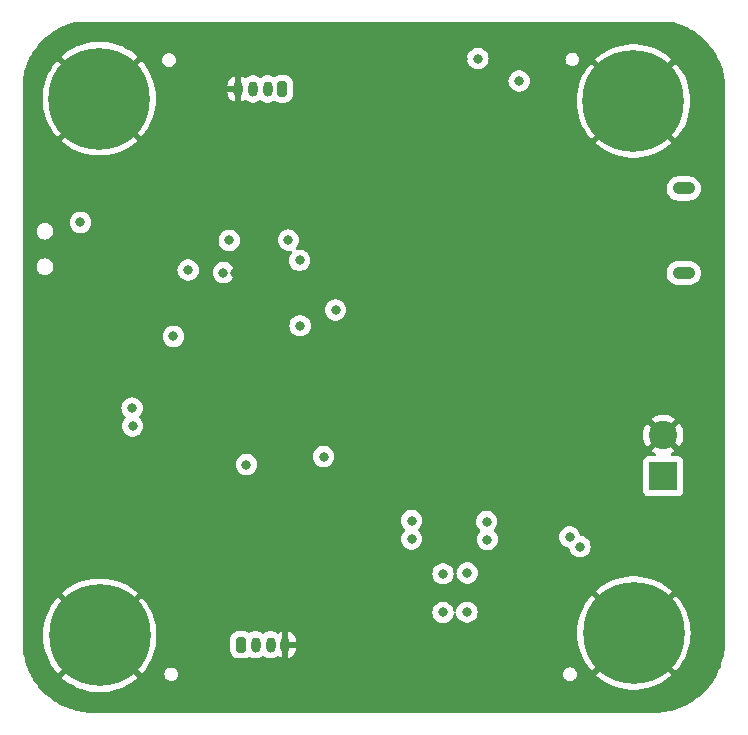
<source format=gbr>
%TF.GenerationSoftware,KiCad,Pcbnew,7.0.5*%
%TF.CreationDate,2023-07-30T01:34:42+05:30*%
%TF.ProjectId,STM32F4_test1,53544d33-3246-4345-9f74-657374312e6b,rev?*%
%TF.SameCoordinates,Original*%
%TF.FileFunction,Copper,L2,Inr*%
%TF.FilePolarity,Positive*%
%FSLAX46Y46*%
G04 Gerber Fmt 4.6, Leading zero omitted, Abs format (unit mm)*
G04 Created by KiCad (PCBNEW 7.0.5) date 2023-07-30 01:34:42*
%MOMM*%
%LPD*%
G01*
G04 APERTURE LIST*
G04 Aperture macros list*
%AMRoundRect*
0 Rectangle with rounded corners*
0 $1 Rounding radius*
0 $2 $3 $4 $5 $6 $7 $8 $9 X,Y pos of 4 corners*
0 Add a 4 corners polygon primitive as box body*
4,1,4,$2,$3,$4,$5,$6,$7,$8,$9,$2,$3,0*
0 Add four circle primitives for the rounded corners*
1,1,$1+$1,$2,$3*
1,1,$1+$1,$4,$5*
1,1,$1+$1,$6,$7*
1,1,$1+$1,$8,$9*
0 Add four rect primitives between the rounded corners*
20,1,$1+$1,$2,$3,$4,$5,0*
20,1,$1+$1,$4,$5,$6,$7,0*
20,1,$1+$1,$6,$7,$8,$9,0*
20,1,$1+$1,$8,$9,$2,$3,0*%
G04 Aperture macros list end*
%TA.AperFunction,ComponentPad*%
%ADD10RoundRect,0.200000X0.200000X0.450000X-0.200000X0.450000X-0.200000X-0.450000X0.200000X-0.450000X0*%
%TD*%
%TA.AperFunction,ComponentPad*%
%ADD11O,0.800000X1.300000*%
%TD*%
%TA.AperFunction,ComponentPad*%
%ADD12C,0.900000*%
%TD*%
%TA.AperFunction,ComponentPad*%
%ADD13C,8.600000*%
%TD*%
%TA.AperFunction,ComponentPad*%
%ADD14R,2.400000X2.400000*%
%TD*%
%TA.AperFunction,ComponentPad*%
%ADD15C,2.400000*%
%TD*%
%TA.AperFunction,ComponentPad*%
%ADD16RoundRect,0.200000X-0.200000X-0.450000X0.200000X-0.450000X0.200000X0.450000X-0.200000X0.450000X0*%
%TD*%
%TA.AperFunction,ComponentPad*%
%ADD17O,1.900000X1.050000*%
%TD*%
%TA.AperFunction,ViaPad*%
%ADD18C,0.800000*%
%TD*%
G04 APERTURE END LIST*
D10*
%TO.N,+3.3V*%
%TO.C,J3*%
X131500000Y-82450000D03*
D11*
%TO.N,I2C1_SCL*%
X130250000Y-82450000D03*
%TO.N,I2C1_SDA*%
X129000000Y-82450000D03*
%TO.N,GND*%
X127750000Y-82450000D03*
%TD*%
D12*
%TO.N,GND*%
%TO.C,H2*%
X158025000Y-128525000D03*
X158969581Y-126244581D03*
X158969581Y-130805419D03*
X161250000Y-125300000D03*
D13*
X161250000Y-128525000D03*
D12*
X161250000Y-131750000D03*
X163530419Y-126244581D03*
X163530419Y-130805419D03*
X164475000Y-128525000D03*
%TD*%
D14*
%TO.N,+12V*%
%TO.C,J1*%
X163750000Y-115250000D03*
D15*
%TO.N,GND*%
X163750000Y-111750000D03*
%TD*%
D12*
%TO.N,GND*%
%TO.C,H4*%
X112805419Y-128719581D03*
X113750000Y-126439162D03*
X113750000Y-131000000D03*
X116030419Y-125494581D03*
D13*
X116030419Y-128719581D03*
D12*
X116030419Y-131944581D03*
X118310838Y-126439162D03*
X118310838Y-131000000D03*
X119255419Y-128719581D03*
%TD*%
%TO.N,GND*%
%TO.C,H1*%
X157994581Y-83469581D03*
X158939162Y-81189162D03*
X158939162Y-85750000D03*
X161219581Y-80244581D03*
D13*
X161219581Y-83469581D03*
D12*
X161219581Y-86694581D03*
X163500000Y-81189162D03*
X163500000Y-85750000D03*
X164444581Y-83469581D03*
%TD*%
D16*
%TO.N,+3.3V*%
%TO.C,J4*%
X128000000Y-129500000D03*
D11*
%TO.N,USART3_TX*%
X129250000Y-129500000D03*
%TO.N,USART3_RX*%
X130500000Y-129500000D03*
%TO.N,GND*%
X131750000Y-129500000D03*
%TD*%
D17*
%TO.N,unconnected-(J5-Shield-Pad6)*%
%TO.C,J5*%
X165480000Y-98025000D03*
X165480000Y-90875000D03*
%TD*%
D12*
%TO.N,GND*%
%TO.C,H3*%
X112775000Y-83275000D03*
X113719581Y-80994581D03*
X113719581Y-85555419D03*
X116000000Y-80050000D03*
D13*
X116000000Y-83275000D03*
D12*
X116000000Y-86500000D03*
X118280419Y-80994581D03*
X118280419Y-85555419D03*
X119225000Y-83275000D03*
%TD*%
D18*
%TO.N,GND*%
X143000000Y-79900000D03*
X145550000Y-79925000D03*
X146825000Y-79925000D03*
%TO.N,+3.3V*%
X148050000Y-79875000D03*
%TO.N,NRST*%
X132960287Y-96960287D03*
X133000000Y-102500000D03*
%TO.N,GND*%
X115975000Y-105725000D03*
X117400000Y-108350000D03*
X161700000Y-93175000D03*
X153500000Y-119825000D03*
X157725000Y-93125000D03*
%TO.N,+3.3V*%
X136000000Y-101175000D03*
%TO.N,GND*%
X150075000Y-127400000D03*
X150075000Y-124175000D03*
X159425000Y-115150000D03*
X149125000Y-113525000D03*
X157825000Y-109475000D03*
X157775000Y-107050000D03*
X149075000Y-111400000D03*
X158500000Y-114325000D03*
X157300000Y-112975000D03*
X161700000Y-118675000D03*
X150050000Y-125875000D03*
X150050000Y-122600000D03*
X151575000Y-84475000D03*
X136750000Y-99500000D03*
X138975000Y-100350000D03*
X137200000Y-113000000D03*
X136150000Y-114700000D03*
X126050000Y-114250000D03*
X120050000Y-112875000D03*
X122025000Y-107075000D03*
X120500000Y-107075000D03*
X119750000Y-103500000D03*
X117825000Y-100850000D03*
X121075000Y-98700000D03*
X121500000Y-101750000D03*
X114350000Y-98275000D03*
X127525000Y-98000000D03*
%TO.N,+3.3V*%
X156700000Y-121200000D03*
X155825000Y-120375000D03*
X147125000Y-126750000D03*
X145100000Y-126775000D03*
X147150000Y-123425000D03*
X145100000Y-123500000D03*
X148850000Y-120600000D03*
X148800000Y-119075000D03*
X142450000Y-119000000D03*
X142450000Y-120550000D03*
X126500000Y-98000000D03*
X122275000Y-103400000D03*
X118825000Y-111000000D03*
X118775000Y-109475000D03*
X128450000Y-114250000D03*
X135000000Y-113575000D03*
X151550000Y-81775000D03*
X114400000Y-93750000D03*
X123525000Y-97775000D03*
X127000000Y-95275000D03*
X132000000Y-95250000D03*
%TD*%
%TA.AperFunction,Conductor*%
%TO.N,GND*%
G36*
X114455450Y-130190499D02*
G01*
X114670409Y-130391257D01*
X114694963Y-130408589D01*
X114045346Y-131058206D01*
X114053895Y-131028160D01*
X114043546Y-130916479D01*
X113993552Y-130816078D01*
X113910666Y-130740516D01*
X113806080Y-130700000D01*
X113722198Y-130700000D01*
X113690523Y-130705920D01*
X114343522Y-130052922D01*
X114455450Y-130190499D01*
G37*
%TD.AperFunction*%
%TA.AperFunction,Conductor*%
G36*
X118364391Y-130700000D02*
G01*
X118283036Y-130700000D01*
X118200588Y-130715412D01*
X118105228Y-130774457D01*
X118037637Y-130863962D01*
X118006943Y-130971840D01*
X118014890Y-131057606D01*
X117365874Y-130408589D01*
X117390429Y-130391257D01*
X117605388Y-130190499D01*
X117717314Y-130052923D01*
X118364391Y-130700000D01*
G37*
%TD.AperFunction*%
%TA.AperFunction,Conductor*%
G36*
X114694964Y-127030572D02*
G01*
X114670409Y-127047905D01*
X114455450Y-127248663D01*
X114343523Y-127386238D01*
X113696446Y-126739162D01*
X113777802Y-126739162D01*
X113860250Y-126723750D01*
X113955610Y-126664705D01*
X114023201Y-126575200D01*
X114053895Y-126467322D01*
X114045947Y-126381555D01*
X114694964Y-127030572D01*
G37*
%TD.AperFunction*%
%TA.AperFunction,Conductor*%
G36*
X118006943Y-126411002D02*
G01*
X118017292Y-126522683D01*
X118067286Y-126623084D01*
X118150172Y-126698646D01*
X118254758Y-126739162D01*
X118338640Y-126739162D01*
X118370308Y-126733242D01*
X117717313Y-127386237D01*
X117605388Y-127248663D01*
X117390429Y-127047905D01*
X117365872Y-127030571D01*
X118015493Y-126380950D01*
X118006943Y-126411002D01*
G37*
%TD.AperFunction*%
%TA.AperFunction,Conductor*%
G36*
X159675031Y-129995918D02*
G01*
X159889990Y-130196676D01*
X159914544Y-130214008D01*
X159264927Y-130863625D01*
X159273476Y-130833579D01*
X159263127Y-130721898D01*
X159213133Y-130621497D01*
X159130247Y-130545935D01*
X159025661Y-130505419D01*
X158941779Y-130505419D01*
X158910104Y-130511339D01*
X159563103Y-129858341D01*
X159675031Y-129995918D01*
G37*
%TD.AperFunction*%
%TA.AperFunction,Conductor*%
G36*
X163583972Y-130505419D02*
G01*
X163502617Y-130505419D01*
X163420169Y-130520831D01*
X163324809Y-130579876D01*
X163257218Y-130669381D01*
X163226524Y-130777259D01*
X163234471Y-130863025D01*
X162585455Y-130214008D01*
X162610010Y-130196676D01*
X162824969Y-129995918D01*
X162936895Y-129858342D01*
X163583972Y-130505419D01*
G37*
%TD.AperFunction*%
%TA.AperFunction,Conductor*%
G36*
X159914545Y-126835991D02*
G01*
X159889990Y-126853324D01*
X159675031Y-127054082D01*
X159563104Y-127191657D01*
X158916027Y-126544581D01*
X158997383Y-126544581D01*
X159079831Y-126529169D01*
X159175191Y-126470124D01*
X159242782Y-126380619D01*
X159273476Y-126272741D01*
X159265528Y-126186974D01*
X159914545Y-126835991D01*
G37*
%TD.AperFunction*%
%TA.AperFunction,Conductor*%
G36*
X163226524Y-126216421D02*
G01*
X163236873Y-126328102D01*
X163286867Y-126428503D01*
X163369753Y-126504065D01*
X163474339Y-126544581D01*
X163558221Y-126544581D01*
X163589889Y-126538661D01*
X162936894Y-127191656D01*
X162824969Y-127054082D01*
X162610010Y-126853324D01*
X162585453Y-126835990D01*
X163235074Y-126186369D01*
X163226524Y-126216421D01*
G37*
%TD.AperFunction*%
%TA.AperFunction,Conductor*%
G36*
X159644612Y-84940499D02*
G01*
X159859571Y-85141257D01*
X159884125Y-85158589D01*
X159234508Y-85808206D01*
X159243057Y-85778160D01*
X159232708Y-85666479D01*
X159182714Y-85566078D01*
X159099828Y-85490516D01*
X158995242Y-85450000D01*
X158911360Y-85450000D01*
X158879685Y-85455920D01*
X159532684Y-84802922D01*
X159644612Y-84940499D01*
G37*
%TD.AperFunction*%
%TA.AperFunction,Conductor*%
G36*
X163553554Y-85450000D02*
G01*
X163472198Y-85450000D01*
X163389750Y-85465412D01*
X163294390Y-85524457D01*
X163226799Y-85613962D01*
X163196105Y-85721840D01*
X163204052Y-85807606D01*
X162555036Y-85158589D01*
X162579591Y-85141257D01*
X162794550Y-84940499D01*
X162906476Y-84802922D01*
X163553554Y-85450000D01*
G37*
%TD.AperFunction*%
%TA.AperFunction,Conductor*%
G36*
X159884126Y-81780572D02*
G01*
X159859571Y-81797905D01*
X159644612Y-81998663D01*
X159532685Y-82136238D01*
X158885608Y-81489162D01*
X158966964Y-81489162D01*
X159049412Y-81473750D01*
X159144772Y-81414705D01*
X159212363Y-81325200D01*
X159243057Y-81217322D01*
X159235109Y-81131555D01*
X159884126Y-81780572D01*
G37*
%TD.AperFunction*%
%TA.AperFunction,Conductor*%
G36*
X163196105Y-81161002D02*
G01*
X163206454Y-81272683D01*
X163256448Y-81373084D01*
X163339334Y-81448646D01*
X163443920Y-81489162D01*
X163527802Y-81489162D01*
X163559470Y-81483242D01*
X162906475Y-82136237D01*
X162794550Y-81998663D01*
X162579591Y-81797905D01*
X162555034Y-81780571D01*
X163204655Y-81130950D01*
X163196105Y-81161002D01*
G37*
%TD.AperFunction*%
%TA.AperFunction,Conductor*%
G36*
X114425031Y-84745918D02*
G01*
X114639990Y-84946676D01*
X114664544Y-84964008D01*
X114014927Y-85613625D01*
X114023476Y-85583579D01*
X114013127Y-85471898D01*
X113963133Y-85371497D01*
X113880247Y-85295935D01*
X113775661Y-85255419D01*
X113691779Y-85255419D01*
X113660104Y-85261339D01*
X114313103Y-84608341D01*
X114425031Y-84745918D01*
G37*
%TD.AperFunction*%
%TA.AperFunction,Conductor*%
G36*
X118333973Y-85255419D02*
G01*
X118252617Y-85255419D01*
X118170169Y-85270831D01*
X118074809Y-85329876D01*
X118007218Y-85419381D01*
X117976524Y-85527259D01*
X117984471Y-85613025D01*
X117335455Y-84964008D01*
X117360010Y-84946676D01*
X117574969Y-84745918D01*
X117686895Y-84608341D01*
X118333973Y-85255419D01*
G37*
%TD.AperFunction*%
%TA.AperFunction,Conductor*%
G36*
X114664545Y-81585991D02*
G01*
X114639990Y-81603324D01*
X114425031Y-81804082D01*
X114313104Y-81941657D01*
X113666027Y-81294581D01*
X113747383Y-81294581D01*
X113829831Y-81279169D01*
X113925191Y-81220124D01*
X113992782Y-81130619D01*
X114023476Y-81022741D01*
X114015528Y-80936974D01*
X114664545Y-81585991D01*
G37*
%TD.AperFunction*%
%TA.AperFunction,Conductor*%
G36*
X117976524Y-80966421D02*
G01*
X117986873Y-81078102D01*
X118036867Y-81178503D01*
X118119753Y-81254065D01*
X118224339Y-81294581D01*
X118308221Y-81294581D01*
X118339889Y-81288661D01*
X117686894Y-81941656D01*
X117574969Y-81804082D01*
X117360010Y-81603324D01*
X117335453Y-81585990D01*
X117985074Y-80936369D01*
X117976524Y-80966421D01*
G37*
%TD.AperFunction*%
%TA.AperFunction,Conductor*%
G36*
X164341949Y-76752409D02*
G01*
X164348197Y-76753658D01*
X164400576Y-76764137D01*
X164626449Y-76812673D01*
X164630412Y-76813665D01*
X164865677Y-76880971D01*
X165034160Y-76932520D01*
X165086890Y-76948654D01*
X165090583Y-76949912D01*
X165319050Y-77035866D01*
X165320136Y-77036289D01*
X165534476Y-77122439D01*
X165537789Y-77123886D01*
X165758347Y-77228000D01*
X165759757Y-77228688D01*
X165965981Y-77332776D01*
X165965997Y-77332784D01*
X165968983Y-77334395D01*
X166180331Y-77456033D01*
X166181921Y-77456981D01*
X166378537Y-77578254D01*
X166381156Y-77579962D01*
X166487947Y-77653561D01*
X166581897Y-77718310D01*
X166583637Y-77719554D01*
X166709794Y-77813079D01*
X166769248Y-77857155D01*
X166771515Y-77858919D01*
X166916937Y-77977633D01*
X166960360Y-78013081D01*
X166962154Y-78014603D01*
X167135393Y-78167527D01*
X167137289Y-78169274D01*
X167313049Y-78338284D01*
X167314915Y-78340157D01*
X167474436Y-78507208D01*
X167476053Y-78508969D01*
X167637512Y-78691659D01*
X167639360Y-78693851D01*
X167784106Y-78873914D01*
X167785417Y-78875605D01*
X167931522Y-79070785D01*
X167933343Y-79073351D01*
X168062206Y-79265050D01*
X168063235Y-79266633D01*
X168193033Y-79473029D01*
X168194762Y-79475954D01*
X168306819Y-79677901D01*
X168307594Y-79679342D01*
X168420269Y-79895671D01*
X168421859Y-79898957D01*
X168516276Y-80109635D01*
X168516828Y-80110905D01*
X168611610Y-80335717D01*
X168613012Y-80339358D01*
X168689295Y-80557734D01*
X168765759Y-80790186D01*
X168766924Y-80794173D01*
X168824267Y-81017992D01*
X168868126Y-81199890D01*
X168881629Y-81255889D01*
X168882509Y-81260205D01*
X168920517Y-81487689D01*
X168958429Y-81729681D01*
X168958977Y-81734306D01*
X168977394Y-81963165D01*
X168995613Y-82208237D01*
X168995783Y-82213140D01*
X168994700Y-82433621D01*
X168992949Y-82684179D01*
X168992885Y-82686590D01*
X168991396Y-82718999D01*
X168992239Y-82729397D01*
X168992937Y-82735995D01*
X168967848Y-128933667D01*
X168965889Y-128940323D01*
X168967763Y-128979424D01*
X168967832Y-128981893D01*
X168969863Y-129233996D01*
X168971227Y-129458493D01*
X168971072Y-129463269D01*
X168953306Y-129713101D01*
X168935539Y-129943637D01*
X168935026Y-129948143D01*
X168897790Y-130194444D01*
X168860716Y-130424296D01*
X168859887Y-130428504D01*
X168803425Y-130670639D01*
X168747268Y-130897249D01*
X168746168Y-130901140D01*
X168670799Y-131137945D01*
X168595929Y-131359470D01*
X168594603Y-131363030D01*
X168501057Y-131592441D01*
X168500534Y-131593684D01*
X168407705Y-131807895D01*
X168406199Y-131811113D01*
X168294898Y-132032283D01*
X168294164Y-132033697D01*
X168183828Y-132239602D01*
X168182188Y-132242475D01*
X168053821Y-132454081D01*
X168052844Y-132455638D01*
X167925767Y-132651762D01*
X167924038Y-132654291D01*
X167779398Y-132855051D01*
X167778153Y-132856720D01*
X167635244Y-133041647D01*
X167633470Y-133043838D01*
X167473427Y-133232548D01*
X167471888Y-133234295D01*
X167314130Y-133406748D01*
X167312354Y-133408610D01*
X167137930Y-133584074D01*
X167136079Y-133585861D01*
X166964590Y-133744618D01*
X166962853Y-133746167D01*
X166775059Y-133907359D01*
X166772880Y-133909145D01*
X166588844Y-134053121D01*
X166587181Y-134054377D01*
X166387257Y-134200227D01*
X166384738Y-134201971D01*
X166189392Y-134330197D01*
X166187842Y-134331182D01*
X165976980Y-134460819D01*
X165974116Y-134462476D01*
X165768892Y-134574022D01*
X165767483Y-134574765D01*
X165546974Y-134687381D01*
X165543764Y-134688906D01*
X165330065Y-134783025D01*
X165328826Y-134783555D01*
X165100020Y-134878443D01*
X165096468Y-134879790D01*
X164875311Y-134956002D01*
X164639058Y-135032745D01*
X164635173Y-135033868D01*
X164408850Y-135091384D01*
X164167062Y-135149280D01*
X164162860Y-135150134D01*
X163933338Y-135188557D01*
X163687173Y-135227269D01*
X163682671Y-135227809D01*
X163452039Y-135246963D01*
X163202526Y-135266197D01*
X163197749Y-135266380D01*
X162972354Y-135266347D01*
X162972110Y-135266275D01*
X162972110Y-135266347D01*
X162731730Y-135265838D01*
X162731433Y-135265810D01*
X162721177Y-135265810D01*
X162718699Y-135265760D01*
X162686879Y-135264487D01*
X162671287Y-135265810D01*
X115807543Y-135265810D01*
X115801711Y-135264097D01*
X115760069Y-135265763D01*
X115757723Y-135265812D01*
X115505624Y-135266346D01*
X115281076Y-135266378D01*
X115276301Y-135266195D01*
X115085714Y-135251505D01*
X115026893Y-135246971D01*
X114796140Y-135227807D01*
X114791639Y-135227267D01*
X114545525Y-135188565D01*
X114545477Y-135188557D01*
X114512214Y-135182988D01*
X114315964Y-135150137D01*
X114311761Y-135149283D01*
X114069946Y-135091380D01*
X113843660Y-135033876D01*
X113839787Y-135032756D01*
X113685835Y-134982749D01*
X113603506Y-134956006D01*
X113382325Y-134879786D01*
X113378796Y-134878447D01*
X113149995Y-134783561D01*
X113148756Y-134783031D01*
X112935050Y-134688910D01*
X112931840Y-134687385D01*
X112711354Y-134574782D01*
X112709945Y-134574039D01*
X112504685Y-134462474D01*
X112501821Y-134460817D01*
X112373076Y-134381667D01*
X112290969Y-134331189D01*
X112289446Y-134330221D01*
X112094073Y-134201977D01*
X112091555Y-134200234D01*
X111891643Y-134054393D01*
X111889981Y-134053137D01*
X111705911Y-133909136D01*
X111703742Y-133907359D01*
X111515968Y-133746184D01*
X111514250Y-133744653D01*
X111342736Y-133585872D01*
X111340885Y-133584085D01*
X111166437Y-133408599D01*
X111164688Y-133406765D01*
X111006913Y-133234295D01*
X111005384Y-133232559D01*
X110845339Y-133043845D01*
X110843565Y-133041655D01*
X110773279Y-132950704D01*
X110700636Y-132856703D01*
X110699433Y-132855091D01*
X110554759Y-132654285D01*
X110553030Y-132651756D01*
X110425978Y-132455671D01*
X110425001Y-132454113D01*
X110382282Y-132383694D01*
X110296609Y-132242467D01*
X110294971Y-132239595D01*
X110246467Y-132149080D01*
X110184634Y-132033692D01*
X110183914Y-132032304D01*
X110183903Y-132032283D01*
X110072603Y-131811113D01*
X110071105Y-131807913D01*
X109978255Y-131593655D01*
X109977751Y-131592453D01*
X109884201Y-131363035D01*
X109882875Y-131359475D01*
X109808003Y-131137945D01*
X109807997Y-131137928D01*
X109732637Y-130901152D01*
X109731543Y-130897282D01*
X109675377Y-130670639D01*
X109618908Y-130428475D01*
X109618089Y-130424315D01*
X109581010Y-130194437D01*
X109576519Y-130164730D01*
X109543773Y-129948124D01*
X109543265Y-129943659D01*
X109525491Y-129713050D01*
X109507729Y-129463272D01*
X109507575Y-129458504D01*
X109507576Y-129458493D01*
X109508997Y-129226727D01*
X109509022Y-129226727D01*
X109508999Y-129226507D01*
X109510883Y-128992625D01*
X109511108Y-128990425D01*
X109511025Y-128982554D01*
X109511099Y-128978798D01*
X109512437Y-128952033D01*
X109512332Y-128951805D01*
X109510980Y-128933622D01*
X109510864Y-128719584D01*
X111225581Y-128719584D01*
X111244923Y-129150273D01*
X111244924Y-129150282D01*
X111302797Y-129577519D01*
X111398732Y-129997839D01*
X111531961Y-130407877D01*
X111531964Y-130407885D01*
X111701404Y-130804311D01*
X111701408Y-130804319D01*
X111905713Y-131183980D01*
X112143218Y-131543788D01*
X112143219Y-131543789D01*
X112412027Y-131880863D01*
X112462642Y-131933802D01*
X113454655Y-130941789D01*
X113446105Y-130971840D01*
X113456454Y-131083521D01*
X113506448Y-131183922D01*
X113589334Y-131259484D01*
X113693920Y-131300000D01*
X113777802Y-131300000D01*
X113809472Y-131294079D01*
X112817296Y-132286256D01*
X113034646Y-132476150D01*
X113034663Y-132476163D01*
X113383443Y-132729567D01*
X113753559Y-132950701D01*
X113753565Y-132950704D01*
X114141988Y-133137759D01*
X114142002Y-133137765D01*
X114545628Y-133289248D01*
X114545653Y-133289256D01*
X114961235Y-133403950D01*
X115385442Y-133480932D01*
X115814854Y-133519580D01*
X115814857Y-133519581D01*
X116245981Y-133519581D01*
X116245983Y-133519580D01*
X116675395Y-133480932D01*
X117099602Y-133403950D01*
X117515184Y-133289256D01*
X117515209Y-133289248D01*
X117918835Y-133137765D01*
X117918849Y-133137759D01*
X118307272Y-132950704D01*
X118307278Y-132950701D01*
X118677394Y-132729567D01*
X119026174Y-132476163D01*
X119026191Y-132476150D01*
X119243540Y-132286256D01*
X118957285Y-132000001D01*
X121518525Y-132000001D01*
X121538337Y-132150495D01*
X121538338Y-132150497D01*
X121596426Y-132290735D01*
X121596427Y-132290737D01*
X121596428Y-132290738D01*
X121688835Y-132411165D01*
X121809262Y-132503572D01*
X121949503Y-132561662D01*
X122024751Y-132571568D01*
X122099999Y-132581475D01*
X122100000Y-132581475D01*
X122100001Y-132581475D01*
X122150165Y-132574870D01*
X122250497Y-132561662D01*
X122390738Y-132503572D01*
X122511165Y-132411165D01*
X122603572Y-132290738D01*
X122661662Y-132150497D01*
X122674892Y-132050000D01*
X122681475Y-132000001D01*
X155268525Y-132000001D01*
X155288337Y-132150495D01*
X155288338Y-132150497D01*
X155346426Y-132290735D01*
X155346427Y-132290737D01*
X155346428Y-132290738D01*
X155438835Y-132411165D01*
X155559262Y-132503572D01*
X155699503Y-132561662D01*
X155774751Y-132571568D01*
X155849999Y-132581475D01*
X155850000Y-132581475D01*
X155850001Y-132581475D01*
X155900165Y-132574870D01*
X156000497Y-132561662D01*
X156140738Y-132503572D01*
X156261165Y-132411165D01*
X156353572Y-132290738D01*
X156411662Y-132150497D01*
X156424892Y-132050000D01*
X156431475Y-132000001D01*
X156431475Y-131999998D01*
X156411662Y-131849504D01*
X156411662Y-131849503D01*
X156353572Y-131709263D01*
X156303940Y-131644581D01*
X156261166Y-131588836D01*
X156261165Y-131588835D01*
X156140738Y-131496428D01*
X156140737Y-131496427D01*
X156140735Y-131496426D01*
X156000497Y-131438338D01*
X156000495Y-131438337D01*
X155850001Y-131418525D01*
X155849999Y-131418525D01*
X155699504Y-131438337D01*
X155699502Y-131438338D01*
X155559263Y-131496427D01*
X155438835Y-131588835D01*
X155346427Y-131709263D01*
X155288338Y-131849502D01*
X155288337Y-131849504D01*
X155268525Y-131999998D01*
X155268525Y-132000001D01*
X122681475Y-132000001D01*
X122681475Y-131999998D01*
X122661662Y-131849504D01*
X122661662Y-131849503D01*
X122603572Y-131709263D01*
X122553940Y-131644581D01*
X122511166Y-131588836D01*
X122511165Y-131588835D01*
X122390738Y-131496428D01*
X122390737Y-131496427D01*
X122390735Y-131496426D01*
X122250497Y-131438338D01*
X122250495Y-131438337D01*
X122100001Y-131418525D01*
X122099999Y-131418525D01*
X121949504Y-131438337D01*
X121949502Y-131438338D01*
X121809263Y-131496427D01*
X121688835Y-131588835D01*
X121596427Y-131709263D01*
X121538338Y-131849502D01*
X121538337Y-131849504D01*
X121518525Y-131999998D01*
X121518525Y-132000001D01*
X118957285Y-132000001D01*
X118257284Y-131300000D01*
X118338640Y-131300000D01*
X118421088Y-131284588D01*
X118516448Y-131225543D01*
X118584039Y-131136038D01*
X118614733Y-131028160D01*
X118606785Y-130942394D01*
X119598194Y-131933803D01*
X119598195Y-131933803D01*
X119648805Y-131880870D01*
X119648805Y-131880869D01*
X119917618Y-131543789D01*
X119917619Y-131543788D01*
X120155124Y-131183980D01*
X120359429Y-130804319D01*
X120359433Y-130804311D01*
X120528873Y-130407885D01*
X120528876Y-130407877D01*
X120659254Y-130006613D01*
X127099500Y-130006613D01*
X127105913Y-130077192D01*
X127156522Y-130239606D01*
X127244530Y-130385188D01*
X127364811Y-130505469D01*
X127364813Y-130505470D01*
X127364815Y-130505472D01*
X127510394Y-130593478D01*
X127672804Y-130644086D01*
X127743384Y-130650500D01*
X127743387Y-130650500D01*
X128256613Y-130650500D01*
X128256616Y-130650500D01*
X128327196Y-130644086D01*
X128489606Y-130593478D01*
X128631671Y-130507596D01*
X128699222Y-130489761D01*
X128765696Y-130511278D01*
X128768669Y-130513372D01*
X128796669Y-130533714D01*
X128797270Y-130534151D01*
X128970192Y-130611142D01*
X128970197Y-130611144D01*
X129155354Y-130650500D01*
X129155355Y-130650500D01*
X129344644Y-130650500D01*
X129344646Y-130650500D01*
X129529803Y-130611144D01*
X129702730Y-130534151D01*
X129802114Y-130461944D01*
X129867921Y-130438464D01*
X129935975Y-130454289D01*
X129947885Y-130461944D01*
X130047265Y-130534148D01*
X130047270Y-130534151D01*
X130220192Y-130611142D01*
X130220197Y-130611144D01*
X130405354Y-130650500D01*
X130405355Y-130650500D01*
X130594644Y-130650500D01*
X130594646Y-130650500D01*
X130779803Y-130611144D01*
X130952730Y-130534151D01*
X131052541Y-130461634D01*
X131118346Y-130438155D01*
X131186400Y-130453980D01*
X131198311Y-130461635D01*
X131297522Y-130533717D01*
X131470356Y-130610666D01*
X131499999Y-130616966D01*
X131500000Y-130616965D01*
X131499999Y-129524621D01*
X131514505Y-129597545D01*
X131569760Y-129680240D01*
X131652455Y-129735495D01*
X131725376Y-129750000D01*
X131774624Y-129750000D01*
X132000000Y-129750000D01*
X132000000Y-130616966D01*
X132029643Y-130610666D01*
X132202479Y-130533714D01*
X132355535Y-130422512D01*
X132482127Y-130281918D01*
X132482129Y-130281915D01*
X132576716Y-130118084D01*
X132576721Y-130118072D01*
X132635180Y-129938154D01*
X132649999Y-129797159D01*
X132650000Y-129750000D01*
X132000000Y-129750000D01*
X131774624Y-129750000D01*
X131847545Y-129735495D01*
X131930240Y-129680240D01*
X131985495Y-129597545D01*
X132004898Y-129500000D01*
X131985495Y-129402455D01*
X131930240Y-129319760D01*
X131847545Y-129264505D01*
X131774624Y-129250000D01*
X131725376Y-129250000D01*
X131652455Y-129264505D01*
X131569760Y-129319760D01*
X131514505Y-129402455D01*
X131499999Y-129475378D01*
X131499999Y-128383032D01*
X131999999Y-128383032D01*
X132000000Y-129250000D01*
X132650000Y-129250000D01*
X132650000Y-129249999D01*
X132649999Y-129202840D01*
X132635180Y-129061845D01*
X132576721Y-128881927D01*
X132576716Y-128881915D01*
X132482129Y-128718084D01*
X132482127Y-128718081D01*
X132355539Y-128577490D01*
X132355536Y-128577488D01*
X132283298Y-128525003D01*
X156445162Y-128525003D01*
X156464504Y-128955692D01*
X156464505Y-128955701D01*
X156522378Y-129382938D01*
X156618313Y-129803258D01*
X156751542Y-130213296D01*
X156751545Y-130213304D01*
X156920985Y-130609730D01*
X156920989Y-130609738D01*
X157125294Y-130989399D01*
X157362799Y-131349207D01*
X157362800Y-131349208D01*
X157631608Y-131686282D01*
X157682223Y-131739221D01*
X158674236Y-130747208D01*
X158665686Y-130777259D01*
X158676035Y-130888940D01*
X158726029Y-130989341D01*
X158808915Y-131064903D01*
X158913501Y-131105419D01*
X158997383Y-131105419D01*
X159029053Y-131099498D01*
X158036877Y-132091675D01*
X158254227Y-132281569D01*
X158254244Y-132281582D01*
X158603024Y-132534986D01*
X158973140Y-132756120D01*
X158973146Y-132756123D01*
X159361569Y-132943178D01*
X159361583Y-132943184D01*
X159765209Y-133094667D01*
X159765234Y-133094675D01*
X160180816Y-133209369D01*
X160605023Y-133286351D01*
X161034435Y-133324999D01*
X161034438Y-133325000D01*
X161465562Y-133325000D01*
X161465564Y-133324999D01*
X161894976Y-133286351D01*
X162319183Y-133209369D01*
X162734765Y-133094675D01*
X162734790Y-133094667D01*
X163138416Y-132943184D01*
X163138430Y-132943178D01*
X163526853Y-132756123D01*
X163526859Y-132756120D01*
X163896975Y-132534986D01*
X164245755Y-132281582D01*
X164245772Y-132281569D01*
X164463121Y-132091675D01*
X163476865Y-131105419D01*
X163558221Y-131105419D01*
X163640669Y-131090007D01*
X163736029Y-131030962D01*
X163803620Y-130941457D01*
X163834314Y-130833579D01*
X163826366Y-130747813D01*
X164817775Y-131739222D01*
X164817776Y-131739222D01*
X164868386Y-131686289D01*
X164868386Y-131686288D01*
X165137199Y-131349208D01*
X165137200Y-131349207D01*
X165374705Y-130989399D01*
X165579010Y-130609738D01*
X165579014Y-130609730D01*
X165748454Y-130213304D01*
X165748457Y-130213296D01*
X165881686Y-129803258D01*
X165977621Y-129382938D01*
X166035494Y-128955701D01*
X166035495Y-128955692D01*
X166054838Y-128525003D01*
X166054838Y-128524996D01*
X166035495Y-128094307D01*
X166035494Y-128094298D01*
X165977621Y-127667061D01*
X165881686Y-127246741D01*
X165748457Y-126836703D01*
X165748454Y-126836695D01*
X165579014Y-126440269D01*
X165579010Y-126440261D01*
X165374705Y-126060600D01*
X165137200Y-125700792D01*
X165137199Y-125700791D01*
X164868391Y-125363717D01*
X164817774Y-125310776D01*
X163825765Y-126302784D01*
X163834314Y-126272741D01*
X163823965Y-126161060D01*
X163773971Y-126060659D01*
X163691085Y-125985097D01*
X163586499Y-125944581D01*
X163502617Y-125944581D01*
X163470941Y-125950502D01*
X164463121Y-124958323D01*
X164245772Y-124768430D01*
X164245755Y-124768417D01*
X163896975Y-124515013D01*
X163526859Y-124293879D01*
X163526853Y-124293876D01*
X163138430Y-124106821D01*
X163138416Y-124106815D01*
X162734790Y-123955332D01*
X162734765Y-123955324D01*
X162319183Y-123840630D01*
X161894976Y-123763648D01*
X161465564Y-123725000D01*
X161034435Y-123725000D01*
X160605023Y-123763648D01*
X160180816Y-123840630D01*
X159765234Y-123955324D01*
X159765209Y-123955332D01*
X159361583Y-124106815D01*
X159361569Y-124106821D01*
X158973146Y-124293876D01*
X158973140Y-124293879D01*
X158603024Y-124515013D01*
X158254235Y-124768423D01*
X158036877Y-124958322D01*
X158036877Y-124958323D01*
X159023135Y-125944581D01*
X158941779Y-125944581D01*
X158859331Y-125959993D01*
X158763971Y-126019038D01*
X158696380Y-126108543D01*
X158665686Y-126216421D01*
X158673633Y-126302187D01*
X157682223Y-125310777D01*
X157631624Y-125363699D01*
X157631612Y-125363712D01*
X157362800Y-125700791D01*
X157362799Y-125700792D01*
X157125294Y-126060600D01*
X156920989Y-126440261D01*
X156920985Y-126440269D01*
X156751545Y-126836695D01*
X156751542Y-126836703D01*
X156618313Y-127246741D01*
X156522378Y-127667061D01*
X156464505Y-128094298D01*
X156464504Y-128094307D01*
X156445162Y-128524996D01*
X156445162Y-128525003D01*
X132283298Y-128525003D01*
X132202477Y-128466282D01*
X132029648Y-128389335D01*
X131999999Y-128383032D01*
X131499999Y-128383032D01*
X131470354Y-128389334D01*
X131297516Y-128466287D01*
X131198310Y-128538365D01*
X131132504Y-128561845D01*
X131064450Y-128546019D01*
X131052548Y-128538371D01*
X130952733Y-128465851D01*
X130952729Y-128465848D01*
X130779807Y-128388857D01*
X130779802Y-128388855D01*
X130624817Y-128355913D01*
X130594646Y-128349500D01*
X130405354Y-128349500D01*
X130375183Y-128355913D01*
X130220197Y-128388855D01*
X130220192Y-128388857D01*
X130047270Y-128465848D01*
X130047266Y-128465850D01*
X129947883Y-128538056D01*
X129882077Y-128561535D01*
X129814023Y-128545709D01*
X129802114Y-128538055D01*
X129702734Y-128465851D01*
X129702729Y-128465848D01*
X129529807Y-128388857D01*
X129529802Y-128388855D01*
X129374817Y-128355913D01*
X129344646Y-128349500D01*
X129155354Y-128349500D01*
X129125183Y-128355913D01*
X128970197Y-128388855D01*
X128970192Y-128388857D01*
X128797271Y-128465848D01*
X128768701Y-128486605D01*
X128702894Y-128510083D01*
X128634840Y-128494256D01*
X128631668Y-128492402D01*
X128536702Y-128434993D01*
X128489606Y-128406522D01*
X128327196Y-128355914D01*
X128327194Y-128355913D01*
X128327192Y-128355913D01*
X128277778Y-128351423D01*
X128256616Y-128349500D01*
X127743384Y-128349500D01*
X127724145Y-128351248D01*
X127672807Y-128355913D01*
X127510393Y-128406522D01*
X127364811Y-128494530D01*
X127244530Y-128614811D01*
X127156522Y-128760393D01*
X127105913Y-128922807D01*
X127102925Y-128955692D01*
X127100656Y-128980669D01*
X127099500Y-128993386D01*
X127099500Y-130006613D01*
X120659254Y-130006613D01*
X120662105Y-129997839D01*
X120758040Y-129577519D01*
X120815913Y-129150282D01*
X120815914Y-129150273D01*
X120835257Y-128719584D01*
X120835257Y-128719577D01*
X120815914Y-128288888D01*
X120815913Y-128288879D01*
X120758040Y-127861642D01*
X120662105Y-127441322D01*
X120528876Y-127031284D01*
X120528873Y-127031276D01*
X120419336Y-126775000D01*
X144194540Y-126775000D01*
X144214326Y-126963256D01*
X144214327Y-126963259D01*
X144272818Y-127143277D01*
X144272821Y-127143284D01*
X144367467Y-127307216D01*
X144471619Y-127422888D01*
X144494129Y-127447888D01*
X144647265Y-127559148D01*
X144647270Y-127559151D01*
X144820192Y-127636142D01*
X144820197Y-127636144D01*
X145005354Y-127675500D01*
X145005355Y-127675500D01*
X145194644Y-127675500D01*
X145194646Y-127675500D01*
X145379803Y-127636144D01*
X145552730Y-127559151D01*
X145705871Y-127447888D01*
X145832533Y-127307216D01*
X145927179Y-127143284D01*
X145985674Y-126963256D01*
X145990493Y-126917397D01*
X146017075Y-126852787D01*
X146074372Y-126812802D01*
X146144191Y-126810141D01*
X146204365Y-126845649D01*
X146235790Y-126908053D01*
X146237133Y-126917397D01*
X146239325Y-126938254D01*
X146239326Y-126938257D01*
X146297818Y-127118277D01*
X146297821Y-127118284D01*
X146392467Y-127282216D01*
X146519128Y-127422888D01*
X146519129Y-127422888D01*
X146672265Y-127534148D01*
X146672270Y-127534151D01*
X146845192Y-127611142D01*
X146845197Y-127611144D01*
X147030354Y-127650500D01*
X147030355Y-127650500D01*
X147219644Y-127650500D01*
X147219646Y-127650500D01*
X147404803Y-127611144D01*
X147577730Y-127534151D01*
X147730871Y-127422888D01*
X147857533Y-127282216D01*
X147952179Y-127118284D01*
X148010674Y-126938256D01*
X148030460Y-126750000D01*
X148010674Y-126561744D01*
X147952179Y-126381716D01*
X147857533Y-126217784D01*
X147730871Y-126077112D01*
X147730870Y-126077111D01*
X147577734Y-125965851D01*
X147577729Y-125965848D01*
X147404807Y-125888857D01*
X147404802Y-125888855D01*
X147259001Y-125857865D01*
X147219646Y-125849500D01*
X147030354Y-125849500D01*
X146997897Y-125856398D01*
X146845197Y-125888855D01*
X146845192Y-125888857D01*
X146672270Y-125965848D01*
X146672265Y-125965851D01*
X146519129Y-126077111D01*
X146392466Y-126217785D01*
X146297821Y-126381715D01*
X146297818Y-126381722D01*
X146239327Y-126561740D01*
X146239326Y-126561744D01*
X146234507Y-126607598D01*
X146234507Y-126607599D01*
X146207922Y-126672214D01*
X146150624Y-126712198D01*
X146080805Y-126714858D01*
X146020632Y-126679348D01*
X145989209Y-126616943D01*
X145987867Y-126607618D01*
X145985674Y-126586744D01*
X145927179Y-126406716D01*
X145832533Y-126242784D01*
X145705871Y-126102112D01*
X145705870Y-126102111D01*
X145552734Y-125990851D01*
X145552729Y-125990848D01*
X145379807Y-125913857D01*
X145379802Y-125913855D01*
X145234001Y-125882865D01*
X145194646Y-125874500D01*
X145005354Y-125874500D01*
X144972897Y-125881398D01*
X144820197Y-125913855D01*
X144820192Y-125913857D01*
X144647270Y-125990848D01*
X144647265Y-125990851D01*
X144494129Y-126102111D01*
X144367466Y-126242785D01*
X144272821Y-126406715D01*
X144272818Y-126406722D01*
X144218077Y-126575200D01*
X144214326Y-126586744D01*
X144194540Y-126775000D01*
X120419336Y-126775000D01*
X120359433Y-126634850D01*
X120359429Y-126634842D01*
X120155124Y-126255181D01*
X119917619Y-125895373D01*
X119917618Y-125895372D01*
X119648810Y-125558298D01*
X119598193Y-125505357D01*
X118606184Y-126497365D01*
X118614733Y-126467322D01*
X118604384Y-126355641D01*
X118554390Y-126255240D01*
X118471504Y-126179678D01*
X118366918Y-126139162D01*
X118283036Y-126139162D01*
X118251360Y-126145083D01*
X119243540Y-125152904D01*
X119026191Y-124963011D01*
X119026174Y-124962998D01*
X118677394Y-124709594D01*
X118307278Y-124488460D01*
X118307272Y-124488457D01*
X117918849Y-124301402D01*
X117918835Y-124301396D01*
X117515209Y-124149913D01*
X117515184Y-124149905D01*
X117099602Y-124035211D01*
X116675395Y-123958229D01*
X116245983Y-123919581D01*
X115814854Y-123919581D01*
X115385442Y-123958229D01*
X114961235Y-124035211D01*
X114545653Y-124149905D01*
X114545628Y-124149913D01*
X114142002Y-124301396D01*
X114141988Y-124301402D01*
X113753565Y-124488457D01*
X113753559Y-124488460D01*
X113383443Y-124709594D01*
X113034654Y-124963004D01*
X112817296Y-125152903D01*
X112817296Y-125152904D01*
X113803554Y-126139162D01*
X113722198Y-126139162D01*
X113639750Y-126154574D01*
X113544390Y-126213619D01*
X113476799Y-126303124D01*
X113446105Y-126411002D01*
X113454052Y-126496768D01*
X112462642Y-125505358D01*
X112412043Y-125558280D01*
X112412031Y-125558293D01*
X112143219Y-125895372D01*
X112143218Y-125895373D01*
X111905713Y-126255181D01*
X111701408Y-126634842D01*
X111701404Y-126634850D01*
X111531964Y-127031276D01*
X111531961Y-127031284D01*
X111398732Y-127441322D01*
X111302797Y-127861642D01*
X111244924Y-128288879D01*
X111244923Y-128288888D01*
X111225581Y-128719577D01*
X111225581Y-128719584D01*
X109510864Y-128719584D01*
X109508029Y-123500000D01*
X144194540Y-123500000D01*
X144214326Y-123688256D01*
X144214327Y-123688259D01*
X144272818Y-123868277D01*
X144272821Y-123868284D01*
X144367467Y-124032216D01*
X144434642Y-124106821D01*
X144494129Y-124172888D01*
X144647265Y-124284148D01*
X144647270Y-124284151D01*
X144820192Y-124361142D01*
X144820197Y-124361144D01*
X145005354Y-124400500D01*
X145005355Y-124400500D01*
X145194644Y-124400500D01*
X145194646Y-124400500D01*
X145379803Y-124361144D01*
X145552730Y-124284151D01*
X145705871Y-124172888D01*
X145832533Y-124032216D01*
X145927179Y-123868284D01*
X145985674Y-123688256D01*
X146005460Y-123500000D01*
X146005459Y-123499996D01*
X146005620Y-123498471D01*
X146016853Y-123471168D01*
X146008123Y-123453831D01*
X146233145Y-123453831D01*
X146250918Y-123489125D01*
X146252261Y-123498465D01*
X146264326Y-123613256D01*
X146264327Y-123613259D01*
X146322818Y-123793277D01*
X146322821Y-123793284D01*
X146417467Y-123957216D01*
X146544128Y-124097888D01*
X146544129Y-124097888D01*
X146697265Y-124209148D01*
X146697270Y-124209151D01*
X146870192Y-124286142D01*
X146870197Y-124286144D01*
X147055354Y-124325500D01*
X147055355Y-124325500D01*
X147244644Y-124325500D01*
X147244646Y-124325500D01*
X147429803Y-124286144D01*
X147602730Y-124209151D01*
X147755871Y-124097888D01*
X147882533Y-123957216D01*
X147977179Y-123793284D01*
X148035674Y-123613256D01*
X148055460Y-123425000D01*
X148035674Y-123236744D01*
X147977179Y-123056716D01*
X147882533Y-122892784D01*
X147755871Y-122752112D01*
X147705962Y-122715851D01*
X147602734Y-122640851D01*
X147602729Y-122640848D01*
X147429807Y-122563857D01*
X147429802Y-122563855D01*
X147284001Y-122532865D01*
X147244646Y-122524500D01*
X147055354Y-122524500D01*
X147022897Y-122531398D01*
X146870197Y-122563855D01*
X146870192Y-122563857D01*
X146697270Y-122640848D01*
X146697265Y-122640851D01*
X146544129Y-122752111D01*
X146417466Y-122892785D01*
X146322821Y-123056715D01*
X146322818Y-123056722D01*
X146264327Y-123236740D01*
X146264326Y-123236744D01*
X146251178Y-123361839D01*
X146244379Y-123426529D01*
X146233145Y-123453831D01*
X146008123Y-123453831D01*
X145999081Y-123435874D01*
X145997740Y-123426553D01*
X145985674Y-123311744D01*
X145927179Y-123131716D01*
X145832533Y-122967784D01*
X145705871Y-122827112D01*
X145705870Y-122827111D01*
X145552734Y-122715851D01*
X145552729Y-122715848D01*
X145379807Y-122638857D01*
X145379802Y-122638855D01*
X145234001Y-122607865D01*
X145194646Y-122599500D01*
X145005354Y-122599500D01*
X144972897Y-122606398D01*
X144820197Y-122638855D01*
X144820192Y-122638857D01*
X144647270Y-122715848D01*
X144647265Y-122715851D01*
X144494129Y-122827111D01*
X144367466Y-122967785D01*
X144272821Y-123131715D01*
X144272818Y-123131722D01*
X144238696Y-123236740D01*
X144214326Y-123311744D01*
X144194540Y-123500000D01*
X109508029Y-123500000D01*
X109506427Y-120550000D01*
X141544540Y-120550000D01*
X141564326Y-120738256D01*
X141564327Y-120738259D01*
X141622818Y-120918277D01*
X141622821Y-120918284D01*
X141717467Y-121082216D01*
X141844128Y-121222888D01*
X141844129Y-121222888D01*
X141997265Y-121334148D01*
X141997270Y-121334151D01*
X142170192Y-121411142D01*
X142170197Y-121411144D01*
X142355354Y-121450500D01*
X142355355Y-121450500D01*
X142544644Y-121450500D01*
X142544646Y-121450500D01*
X142729803Y-121411144D01*
X142902730Y-121334151D01*
X143055871Y-121222888D01*
X143182533Y-121082216D01*
X143277179Y-120918284D01*
X143335674Y-120738256D01*
X143355460Y-120550000D01*
X143335674Y-120361744D01*
X143277179Y-120181716D01*
X143182533Y-120017784D01*
X143055871Y-119877112D01*
X143055870Y-119877111D01*
X143055868Y-119877109D01*
X143053405Y-119875320D01*
X143052323Y-119873917D01*
X143051037Y-119872759D01*
X143051248Y-119872523D01*
X143010738Y-119819991D01*
X143004757Y-119750378D01*
X143037362Y-119688582D01*
X143053405Y-119674680D01*
X143055868Y-119672890D01*
X143055867Y-119672890D01*
X143055871Y-119672888D01*
X143182533Y-119532216D01*
X143277179Y-119368284D01*
X143335674Y-119188256D01*
X143347577Y-119075000D01*
X147894540Y-119075000D01*
X147914326Y-119263256D01*
X147914327Y-119263259D01*
X147972818Y-119443277D01*
X147972821Y-119443284D01*
X148067467Y-119607216D01*
X148194129Y-119747888D01*
X148210494Y-119759778D01*
X148253160Y-119815105D01*
X148259141Y-119884718D01*
X148229761Y-119943067D01*
X148117466Y-120067785D01*
X148022821Y-120231715D01*
X148022818Y-120231722D01*
X147964327Y-120411740D01*
X147964326Y-120411744D01*
X147944540Y-120600000D01*
X147964326Y-120788256D01*
X147964327Y-120788259D01*
X148022818Y-120968277D01*
X148022821Y-120968284D01*
X148117467Y-121132216D01*
X148243732Y-121272447D01*
X148244129Y-121272888D01*
X148397265Y-121384148D01*
X148397270Y-121384151D01*
X148570192Y-121461142D01*
X148570197Y-121461144D01*
X148755354Y-121500500D01*
X148755355Y-121500500D01*
X148944644Y-121500500D01*
X148944646Y-121500500D01*
X149129803Y-121461144D01*
X149302730Y-121384151D01*
X149455871Y-121272888D01*
X149582533Y-121132216D01*
X149677179Y-120968284D01*
X149735674Y-120788256D01*
X149755460Y-120600000D01*
X149735674Y-120411744D01*
X149723735Y-120375000D01*
X154919540Y-120375000D01*
X154939326Y-120563256D01*
X154939327Y-120563259D01*
X154997818Y-120743277D01*
X154997821Y-120743284D01*
X155092467Y-120907216D01*
X155102433Y-120918284D01*
X155219129Y-121047888D01*
X155372265Y-121159148D01*
X155372270Y-121159151D01*
X155545191Y-121236142D01*
X155545193Y-121236142D01*
X155545197Y-121236144D01*
X155716004Y-121272449D01*
X155777481Y-121305640D01*
X155811258Y-121366802D01*
X155813539Y-121380771D01*
X155814325Y-121388255D01*
X155814326Y-121388257D01*
X155872818Y-121568277D01*
X155872821Y-121568284D01*
X155967467Y-121732216D01*
X156094128Y-121872887D01*
X156094129Y-121872888D01*
X156247265Y-121984148D01*
X156247270Y-121984151D01*
X156420192Y-122061142D01*
X156420197Y-122061144D01*
X156605354Y-122100500D01*
X156605355Y-122100500D01*
X156794644Y-122100500D01*
X156794646Y-122100500D01*
X156979803Y-122061144D01*
X157152730Y-121984151D01*
X157305871Y-121872888D01*
X157432533Y-121732216D01*
X157527179Y-121568284D01*
X157585674Y-121388256D01*
X157605460Y-121200000D01*
X157585674Y-121011744D01*
X157527179Y-120831716D01*
X157432533Y-120667784D01*
X157305871Y-120527112D01*
X157305870Y-120527111D01*
X157152734Y-120415851D01*
X157152729Y-120415848D01*
X156979807Y-120338857D01*
X156979802Y-120338855D01*
X156843822Y-120309952D01*
X156808998Y-120302550D01*
X156747517Y-120269359D01*
X156713741Y-120208196D01*
X156711461Y-120194232D01*
X156710674Y-120186744D01*
X156652179Y-120006716D01*
X156557533Y-119842784D01*
X156430871Y-119702112D01*
X156430870Y-119702111D01*
X156277734Y-119590851D01*
X156277729Y-119590848D01*
X156104807Y-119513857D01*
X156104802Y-119513855D01*
X155959000Y-119482865D01*
X155919646Y-119474500D01*
X155730354Y-119474500D01*
X155697897Y-119481398D01*
X155545197Y-119513855D01*
X155545192Y-119513857D01*
X155372270Y-119590848D01*
X155372265Y-119590851D01*
X155219129Y-119702111D01*
X155092466Y-119842785D01*
X154997821Y-120006715D01*
X154997818Y-120006722D01*
X154939327Y-120186740D01*
X154939326Y-120186744D01*
X154919540Y-120375000D01*
X149723735Y-120375000D01*
X149677179Y-120231716D01*
X149582533Y-120067784D01*
X149455871Y-119927112D01*
X149439502Y-119915219D01*
X149396837Y-119859888D01*
X149390859Y-119790275D01*
X149420236Y-119731933D01*
X149532533Y-119607216D01*
X149627179Y-119443284D01*
X149685674Y-119263256D01*
X149705460Y-119075000D01*
X149685674Y-118886744D01*
X149627179Y-118706716D01*
X149532533Y-118542784D01*
X149405871Y-118402112D01*
X149405870Y-118402111D01*
X149252734Y-118290851D01*
X149252729Y-118290848D01*
X149079807Y-118213857D01*
X149079802Y-118213855D01*
X148934000Y-118182865D01*
X148894646Y-118174500D01*
X148705354Y-118174500D01*
X148672897Y-118181398D01*
X148520197Y-118213855D01*
X148520192Y-118213857D01*
X148347270Y-118290848D01*
X148347265Y-118290851D01*
X148194129Y-118402111D01*
X148067466Y-118542785D01*
X147972821Y-118706715D01*
X147972818Y-118706722D01*
X147938696Y-118811740D01*
X147914326Y-118886744D01*
X147894540Y-119075000D01*
X143347577Y-119075000D01*
X143355460Y-119000000D01*
X143335674Y-118811744D01*
X143277179Y-118631716D01*
X143182533Y-118467784D01*
X143055871Y-118327112D01*
X143005962Y-118290851D01*
X142902734Y-118215851D01*
X142902729Y-118215848D01*
X142729807Y-118138857D01*
X142729802Y-118138855D01*
X142584001Y-118107865D01*
X142544646Y-118099500D01*
X142355354Y-118099500D01*
X142322897Y-118106398D01*
X142170197Y-118138855D01*
X142170192Y-118138857D01*
X141997270Y-118215848D01*
X141997265Y-118215851D01*
X141844129Y-118327111D01*
X141717466Y-118467785D01*
X141622821Y-118631715D01*
X141622818Y-118631722D01*
X141564327Y-118811740D01*
X141564326Y-118811744D01*
X141544540Y-119000000D01*
X141564326Y-119188256D01*
X141564327Y-119188259D01*
X141622818Y-119368277D01*
X141622821Y-119368284D01*
X141717467Y-119532216D01*
X141844128Y-119672887D01*
X141844129Y-119672888D01*
X141846598Y-119674682D01*
X141847680Y-119676085D01*
X141848958Y-119677236D01*
X141848747Y-119677469D01*
X141889264Y-119730012D01*
X141895243Y-119799625D01*
X141862637Y-119861420D01*
X141846598Y-119875318D01*
X141844129Y-119877111D01*
X141717466Y-120017785D01*
X141622821Y-120181715D01*
X141622818Y-120181722D01*
X141571762Y-120338857D01*
X141564326Y-120361744D01*
X141544540Y-120550000D01*
X109506427Y-120550000D01*
X109503006Y-114250000D01*
X127544540Y-114250000D01*
X127564326Y-114438256D01*
X127564327Y-114438259D01*
X127622818Y-114618277D01*
X127622821Y-114618284D01*
X127717467Y-114782216D01*
X127844128Y-114922888D01*
X127844129Y-114922888D01*
X127997265Y-115034148D01*
X127997270Y-115034151D01*
X128170192Y-115111142D01*
X128170197Y-115111144D01*
X128355354Y-115150500D01*
X128355355Y-115150500D01*
X128544644Y-115150500D01*
X128544646Y-115150500D01*
X128729803Y-115111144D01*
X128902730Y-115034151D01*
X129055871Y-114922888D01*
X129182533Y-114782216D01*
X129277179Y-114618284D01*
X129335674Y-114438256D01*
X129355460Y-114250000D01*
X129335674Y-114061744D01*
X129277179Y-113881716D01*
X129182533Y-113717784D01*
X129055871Y-113577112D01*
X129052964Y-113575000D01*
X134094540Y-113575000D01*
X134114326Y-113763256D01*
X134114327Y-113763259D01*
X134172818Y-113943277D01*
X134172821Y-113943284D01*
X134267467Y-114107216D01*
X134394128Y-114247888D01*
X134394129Y-114247888D01*
X134547265Y-114359148D01*
X134547270Y-114359151D01*
X134720192Y-114436142D01*
X134720197Y-114436144D01*
X134905354Y-114475500D01*
X134905355Y-114475500D01*
X135094644Y-114475500D01*
X135094646Y-114475500D01*
X135279803Y-114436144D01*
X135452730Y-114359151D01*
X135605871Y-114247888D01*
X135732533Y-114107216D01*
X135827179Y-113943284D01*
X135885674Y-113763256D01*
X135905460Y-113575000D01*
X135885674Y-113386744D01*
X135827179Y-113206716D01*
X135732533Y-113042784D01*
X135605871Y-112902112D01*
X135605870Y-112902111D01*
X135452734Y-112790851D01*
X135452729Y-112790848D01*
X135279807Y-112713857D01*
X135279802Y-112713855D01*
X135134001Y-112682865D01*
X135094646Y-112674500D01*
X134905354Y-112674500D01*
X134872897Y-112681398D01*
X134720197Y-112713855D01*
X134720192Y-112713857D01*
X134547270Y-112790848D01*
X134547265Y-112790851D01*
X134394129Y-112902111D01*
X134267466Y-113042785D01*
X134172821Y-113206715D01*
X134172818Y-113206722D01*
X134126427Y-113349500D01*
X134114326Y-113386744D01*
X134094540Y-113575000D01*
X129052964Y-113575000D01*
X128902734Y-113465851D01*
X128902729Y-113465848D01*
X128729807Y-113388857D01*
X128729802Y-113388855D01*
X128584000Y-113357865D01*
X128544646Y-113349500D01*
X128355354Y-113349500D01*
X128322897Y-113356398D01*
X128170197Y-113388855D01*
X128170192Y-113388857D01*
X127997270Y-113465848D01*
X127997265Y-113465851D01*
X127844129Y-113577111D01*
X127717466Y-113717785D01*
X127622821Y-113881715D01*
X127622818Y-113881722D01*
X127583696Y-114002129D01*
X127564326Y-114061744D01*
X127544540Y-114250000D01*
X109503006Y-114250000D01*
X109500413Y-109475000D01*
X117869540Y-109475000D01*
X117889326Y-109663256D01*
X117889327Y-109663259D01*
X117947818Y-109843277D01*
X117947821Y-109843284D01*
X118042467Y-110007216D01*
X118169129Y-110147888D01*
X118185494Y-110159778D01*
X118228160Y-110215105D01*
X118234141Y-110284718D01*
X118204761Y-110343067D01*
X118092466Y-110467785D01*
X117997821Y-110631715D01*
X117997818Y-110631722D01*
X117946498Y-110789670D01*
X117939326Y-110811744D01*
X117919540Y-111000000D01*
X117939326Y-111188256D01*
X117939327Y-111188259D01*
X117997818Y-111368277D01*
X117997821Y-111368284D01*
X118092467Y-111532216D01*
X118147530Y-111593369D01*
X118219129Y-111672888D01*
X118372265Y-111784148D01*
X118372270Y-111784151D01*
X118545192Y-111861142D01*
X118545197Y-111861144D01*
X118730354Y-111900500D01*
X118730355Y-111900500D01*
X118919644Y-111900500D01*
X118919646Y-111900500D01*
X119104803Y-111861144D01*
X119277730Y-111784151D01*
X119324730Y-111750004D01*
X162045233Y-111750004D01*
X162064273Y-112004079D01*
X162120968Y-112252477D01*
X162120973Y-112252494D01*
X162214058Y-112489671D01*
X162214057Y-112489671D01*
X162341457Y-112710332D01*
X162383452Y-112762993D01*
X162383453Y-112762993D01*
X163187226Y-111959219D01*
X163225901Y-112052588D01*
X163322075Y-112177925D01*
X163447412Y-112274099D01*
X163540779Y-112312772D01*
X162736813Y-113116737D01*
X162897623Y-113226375D01*
X162897624Y-113226376D01*
X163079123Y-113313780D01*
X163130983Y-113360602D01*
X163149296Y-113428029D01*
X163128249Y-113494653D01*
X163074522Y-113539321D01*
X163025322Y-113549500D01*
X162502129Y-113549500D01*
X162502123Y-113549501D01*
X162442516Y-113555908D01*
X162307671Y-113606202D01*
X162307664Y-113606206D01*
X162192455Y-113692452D01*
X162192452Y-113692455D01*
X162106206Y-113807664D01*
X162106202Y-113807671D01*
X162055908Y-113942517D01*
X162049501Y-114002116D01*
X162049501Y-114002123D01*
X162049500Y-114002135D01*
X162049500Y-116497870D01*
X162049501Y-116497876D01*
X162055908Y-116557483D01*
X162106202Y-116692328D01*
X162106206Y-116692335D01*
X162192452Y-116807544D01*
X162192455Y-116807547D01*
X162307664Y-116893793D01*
X162307671Y-116893797D01*
X162442517Y-116944091D01*
X162442516Y-116944091D01*
X162449444Y-116944835D01*
X162502127Y-116950500D01*
X164997872Y-116950499D01*
X165057483Y-116944091D01*
X165192331Y-116893796D01*
X165307546Y-116807546D01*
X165393796Y-116692331D01*
X165444091Y-116557483D01*
X165450500Y-116497873D01*
X165450499Y-114002128D01*
X165445299Y-113953757D01*
X165444091Y-113942516D01*
X165393797Y-113807671D01*
X165393793Y-113807664D01*
X165307547Y-113692455D01*
X165307544Y-113692452D01*
X165192335Y-113606206D01*
X165192328Y-113606202D01*
X165057482Y-113555908D01*
X165057483Y-113555908D01*
X164997883Y-113549501D01*
X164997881Y-113549500D01*
X164997873Y-113549500D01*
X164997865Y-113549500D01*
X164474679Y-113549500D01*
X164407640Y-113529815D01*
X164361885Y-113477011D01*
X164351941Y-113407853D01*
X164380966Y-113344297D01*
X164420878Y-113313780D01*
X164602381Y-113226373D01*
X164763185Y-113116737D01*
X163959220Y-112312772D01*
X164052588Y-112274099D01*
X164177925Y-112177925D01*
X164274099Y-112052589D01*
X164312772Y-111959220D01*
X165116545Y-112762993D01*
X165158545Y-112710327D01*
X165285941Y-112489671D01*
X165379026Y-112252494D01*
X165379031Y-112252477D01*
X165435726Y-112004079D01*
X165454767Y-111750004D01*
X165454767Y-111749995D01*
X165435726Y-111495920D01*
X165379031Y-111247522D01*
X165379026Y-111247505D01*
X165285941Y-111010328D01*
X165285942Y-111010328D01*
X165158544Y-110789671D01*
X165116546Y-110737006D01*
X164312772Y-111540779D01*
X164274099Y-111447412D01*
X164177925Y-111322075D01*
X164052588Y-111225901D01*
X163959220Y-111187227D01*
X164763185Y-110383261D01*
X164602377Y-110273624D01*
X164602376Y-110273623D01*
X164372823Y-110163078D01*
X164372825Y-110163078D01*
X164129347Y-110087975D01*
X164129341Y-110087973D01*
X163877404Y-110050000D01*
X163622595Y-110050000D01*
X163370658Y-110087973D01*
X163370652Y-110087975D01*
X163127175Y-110163078D01*
X162897624Y-110273623D01*
X162897616Y-110273628D01*
X162736813Y-110383261D01*
X163540779Y-111187227D01*
X163447412Y-111225901D01*
X163322075Y-111322075D01*
X163225901Y-111447411D01*
X163187227Y-111540779D01*
X162383453Y-110737006D01*
X162341455Y-110789670D01*
X162214058Y-111010328D01*
X162120973Y-111247505D01*
X162120968Y-111247522D01*
X162064273Y-111495920D01*
X162045233Y-111749995D01*
X162045233Y-111750004D01*
X119324730Y-111750004D01*
X119430871Y-111672888D01*
X119557533Y-111532216D01*
X119652179Y-111368284D01*
X119710674Y-111188256D01*
X119730460Y-111000000D01*
X119710674Y-110811744D01*
X119652179Y-110631716D01*
X119557533Y-110467784D01*
X119430871Y-110327112D01*
X119414502Y-110315219D01*
X119371837Y-110259888D01*
X119365859Y-110190275D01*
X119395236Y-110131933D01*
X119507533Y-110007216D01*
X119602179Y-109843284D01*
X119660674Y-109663256D01*
X119680460Y-109475000D01*
X119660674Y-109286744D01*
X119602179Y-109106716D01*
X119507533Y-108942784D01*
X119380871Y-108802112D01*
X119380870Y-108802111D01*
X119227734Y-108690851D01*
X119227729Y-108690848D01*
X119054807Y-108613857D01*
X119054802Y-108613855D01*
X118909000Y-108582865D01*
X118869646Y-108574500D01*
X118680354Y-108574500D01*
X118647897Y-108581398D01*
X118495197Y-108613855D01*
X118495192Y-108613857D01*
X118322270Y-108690848D01*
X118322265Y-108690851D01*
X118169129Y-108802111D01*
X118042466Y-108942785D01*
X117947821Y-109106715D01*
X117947818Y-109106722D01*
X117889327Y-109286740D01*
X117889326Y-109286744D01*
X117869540Y-109475000D01*
X109500413Y-109475000D01*
X109500000Y-108714451D01*
X109500000Y-103400000D01*
X121369540Y-103400000D01*
X121389326Y-103588256D01*
X121389327Y-103588259D01*
X121447818Y-103768277D01*
X121447821Y-103768284D01*
X121542467Y-103932216D01*
X121669129Y-104072887D01*
X121669129Y-104072888D01*
X121822265Y-104184148D01*
X121822270Y-104184151D01*
X121995192Y-104261142D01*
X121995197Y-104261144D01*
X122180354Y-104300500D01*
X122180355Y-104300500D01*
X122369644Y-104300500D01*
X122369646Y-104300500D01*
X122554803Y-104261144D01*
X122727730Y-104184151D01*
X122880871Y-104072888D01*
X123007533Y-103932216D01*
X123102179Y-103768284D01*
X123160674Y-103588256D01*
X123180460Y-103400000D01*
X123160674Y-103211744D01*
X123106112Y-103043823D01*
X123102181Y-103031722D01*
X123102180Y-103031721D01*
X123102179Y-103031716D01*
X123007533Y-102867784D01*
X122880871Y-102727112D01*
X122880870Y-102727111D01*
X122727734Y-102615851D01*
X122727729Y-102615848D01*
X122554807Y-102538857D01*
X122554802Y-102538855D01*
X122409000Y-102507865D01*
X122371998Y-102500000D01*
X132094540Y-102500000D01*
X132114326Y-102688256D01*
X132114327Y-102688259D01*
X132172818Y-102868277D01*
X132172821Y-102868284D01*
X132267467Y-103032216D01*
X132394129Y-103172887D01*
X132394129Y-103172888D01*
X132547265Y-103284148D01*
X132547270Y-103284151D01*
X132720192Y-103361142D01*
X132720197Y-103361144D01*
X132905354Y-103400500D01*
X132905355Y-103400500D01*
X133094644Y-103400500D01*
X133094646Y-103400500D01*
X133279803Y-103361144D01*
X133452730Y-103284151D01*
X133605871Y-103172888D01*
X133732533Y-103032216D01*
X133827179Y-102868284D01*
X133885674Y-102688256D01*
X133905460Y-102500000D01*
X133885674Y-102311744D01*
X133827179Y-102131716D01*
X133732533Y-101967784D01*
X133605871Y-101827112D01*
X133605870Y-101827111D01*
X133452734Y-101715851D01*
X133452729Y-101715848D01*
X133279807Y-101638857D01*
X133279802Y-101638855D01*
X133134001Y-101607865D01*
X133094646Y-101599500D01*
X132905354Y-101599500D01*
X132872897Y-101606398D01*
X132720197Y-101638855D01*
X132720192Y-101638857D01*
X132547270Y-101715848D01*
X132547265Y-101715851D01*
X132394129Y-101827111D01*
X132267466Y-101967785D01*
X132172821Y-102131715D01*
X132172818Y-102131722D01*
X132114327Y-102311740D01*
X132114326Y-102311744D01*
X132097577Y-102471101D01*
X132094593Y-102499500D01*
X132094540Y-102500000D01*
X122371998Y-102500000D01*
X122369646Y-102499500D01*
X122180354Y-102499500D01*
X122147897Y-102506398D01*
X121995197Y-102538855D01*
X121995192Y-102538857D01*
X121822270Y-102615848D01*
X121822265Y-102615851D01*
X121669129Y-102727111D01*
X121542466Y-102867785D01*
X121447821Y-103031715D01*
X121447818Y-103031722D01*
X121401951Y-103172888D01*
X121389326Y-103211744D01*
X121369540Y-103400000D01*
X109500000Y-103400000D01*
X109500000Y-101175000D01*
X135094540Y-101175000D01*
X135114326Y-101363256D01*
X135114327Y-101363259D01*
X135172818Y-101543277D01*
X135172821Y-101543284D01*
X135267467Y-101707216D01*
X135375421Y-101827111D01*
X135394129Y-101847888D01*
X135547265Y-101959148D01*
X135547270Y-101959151D01*
X135720192Y-102036142D01*
X135720197Y-102036144D01*
X135905354Y-102075500D01*
X135905355Y-102075500D01*
X136094644Y-102075500D01*
X136094646Y-102075500D01*
X136279803Y-102036144D01*
X136452730Y-101959151D01*
X136605871Y-101847888D01*
X136732533Y-101707216D01*
X136827179Y-101543284D01*
X136885674Y-101363256D01*
X136905460Y-101175000D01*
X136885674Y-100986744D01*
X136827179Y-100806716D01*
X136732533Y-100642784D01*
X136605871Y-100502112D01*
X136605870Y-100502111D01*
X136452734Y-100390851D01*
X136452729Y-100390848D01*
X136279807Y-100313857D01*
X136279802Y-100313855D01*
X136134000Y-100282865D01*
X136094646Y-100274500D01*
X135905354Y-100274500D01*
X135872897Y-100281398D01*
X135720197Y-100313855D01*
X135720192Y-100313857D01*
X135547270Y-100390848D01*
X135547265Y-100390851D01*
X135394129Y-100502111D01*
X135267466Y-100642785D01*
X135172821Y-100806715D01*
X135172818Y-100806722D01*
X135114327Y-100986740D01*
X135114326Y-100986744D01*
X135094540Y-101175000D01*
X109500000Y-101175000D01*
X109500000Y-97585055D01*
X110694500Y-97585055D01*
X110735210Y-97750226D01*
X110814263Y-97900849D01*
X110814266Y-97900852D01*
X110927071Y-98028183D01*
X111017318Y-98090476D01*
X111067068Y-98124817D01*
X111067069Y-98124817D01*
X111067070Y-98124818D01*
X111226128Y-98185140D01*
X111302028Y-98194356D01*
X111352626Y-98200500D01*
X111352628Y-98200500D01*
X111437374Y-98200500D01*
X111479538Y-98195380D01*
X111563872Y-98185140D01*
X111722930Y-98124818D01*
X111862929Y-98028183D01*
X111975734Y-97900852D01*
X112041787Y-97775000D01*
X122619540Y-97775000D01*
X122639326Y-97963256D01*
X122639327Y-97963259D01*
X122697818Y-98143277D01*
X122697821Y-98143284D01*
X122792467Y-98307216D01*
X122847447Y-98368277D01*
X122919129Y-98447888D01*
X123072265Y-98559148D01*
X123072270Y-98559151D01*
X123245192Y-98636142D01*
X123245197Y-98636144D01*
X123430354Y-98675500D01*
X123430355Y-98675500D01*
X123619644Y-98675500D01*
X123619646Y-98675500D01*
X123804803Y-98636144D01*
X123977730Y-98559151D01*
X124130871Y-98447888D01*
X124257533Y-98307216D01*
X124352179Y-98143284D01*
X124398735Y-98000000D01*
X125594540Y-98000000D01*
X125614326Y-98188256D01*
X125614327Y-98188259D01*
X125672818Y-98368277D01*
X125672821Y-98368284D01*
X125767467Y-98532216D01*
X125894128Y-98672887D01*
X125894129Y-98672888D01*
X126047265Y-98784148D01*
X126047270Y-98784151D01*
X126220192Y-98861142D01*
X126220197Y-98861144D01*
X126405354Y-98900500D01*
X126405355Y-98900500D01*
X126594644Y-98900500D01*
X126594646Y-98900500D01*
X126779803Y-98861144D01*
X126952730Y-98784151D01*
X127105871Y-98672888D01*
X127232533Y-98532216D01*
X127327179Y-98368284D01*
X127385674Y-98188256D01*
X127402832Y-98025000D01*
X164024538Y-98025000D01*
X164044337Y-98226031D01*
X164102978Y-98419345D01*
X164198198Y-98597488D01*
X164198203Y-98597495D01*
X164326352Y-98753647D01*
X164363522Y-98784151D01*
X164482506Y-98881798D01*
X164482509Y-98881799D01*
X164482511Y-98881801D01*
X164660654Y-98977021D01*
X164660656Y-98977021D01*
X164660659Y-98977023D01*
X164853967Y-99035662D01*
X165004620Y-99050500D01*
X165004623Y-99050500D01*
X165955377Y-99050500D01*
X165955380Y-99050500D01*
X166106033Y-99035662D01*
X166299341Y-98977023D01*
X166477494Y-98881798D01*
X166633647Y-98753647D01*
X166761798Y-98597494D01*
X166857023Y-98419341D01*
X166915662Y-98226033D01*
X166935462Y-98025000D01*
X166915662Y-97823967D01*
X166857023Y-97630659D01*
X166857021Y-97630656D01*
X166857021Y-97630654D01*
X166761801Y-97452511D01*
X166761799Y-97452509D01*
X166761798Y-97452506D01*
X166660082Y-97328564D01*
X166633647Y-97296352D01*
X166477495Y-97168203D01*
X166477488Y-97168198D01*
X166299345Y-97072978D01*
X166106031Y-97014337D01*
X165995900Y-97003490D01*
X165955380Y-96999500D01*
X165004620Y-96999500D01*
X164967433Y-97003162D01*
X164853968Y-97014337D01*
X164660654Y-97072978D01*
X164482511Y-97168198D01*
X164482504Y-97168203D01*
X164326352Y-97296352D01*
X164198203Y-97452504D01*
X164198198Y-97452511D01*
X164102978Y-97630654D01*
X164044337Y-97823968D01*
X164024538Y-98025000D01*
X127402832Y-98025000D01*
X127405460Y-98000000D01*
X127385674Y-97811744D01*
X127327179Y-97631716D01*
X127232533Y-97467784D01*
X127105871Y-97327112D01*
X127063535Y-97296353D01*
X126952734Y-97215851D01*
X126952729Y-97215848D01*
X126779807Y-97138857D01*
X126779802Y-97138855D01*
X126634000Y-97107865D01*
X126594646Y-97099500D01*
X126405354Y-97099500D01*
X126372897Y-97106398D01*
X126220197Y-97138855D01*
X126220192Y-97138857D01*
X126047270Y-97215848D01*
X126047265Y-97215851D01*
X125894129Y-97327111D01*
X125767466Y-97467785D01*
X125672821Y-97631715D01*
X125672818Y-97631722D01*
X125614327Y-97811740D01*
X125614326Y-97811744D01*
X125594540Y-98000000D01*
X124398735Y-98000000D01*
X124410674Y-97963256D01*
X124430460Y-97775000D01*
X124410674Y-97586744D01*
X124352179Y-97406716D01*
X124257533Y-97242784D01*
X124130871Y-97102112D01*
X124127276Y-97099500D01*
X123977734Y-96990851D01*
X123977729Y-96990848D01*
X123804807Y-96913857D01*
X123804802Y-96913855D01*
X123659000Y-96882865D01*
X123619646Y-96874500D01*
X123430354Y-96874500D01*
X123397897Y-96881398D01*
X123245197Y-96913855D01*
X123245192Y-96913857D01*
X123072270Y-96990848D01*
X123072265Y-96990851D01*
X122919129Y-97102111D01*
X122792466Y-97242785D01*
X122697821Y-97406715D01*
X122697818Y-97406722D01*
X122639874Y-97585056D01*
X122639326Y-97586744D01*
X122619540Y-97775000D01*
X112041787Y-97775000D01*
X112054790Y-97750225D01*
X112095500Y-97585056D01*
X112095500Y-97414944D01*
X112054790Y-97249775D01*
X112036984Y-97215848D01*
X111975736Y-97099150D01*
X111900598Y-97014337D01*
X111862929Y-96971817D01*
X111778959Y-96913856D01*
X111722931Y-96875182D01*
X111563874Y-96814860D01*
X111563868Y-96814859D01*
X111437374Y-96799500D01*
X111437372Y-96799500D01*
X111352628Y-96799500D01*
X111352626Y-96799500D01*
X111226131Y-96814859D01*
X111226125Y-96814860D01*
X111067068Y-96875182D01*
X110927072Y-96971816D01*
X110814263Y-97099150D01*
X110735210Y-97249773D01*
X110694500Y-97414944D01*
X110694500Y-97585055D01*
X109500000Y-97585055D01*
X109500000Y-95275000D01*
X126094540Y-95275000D01*
X126114326Y-95463256D01*
X126114327Y-95463259D01*
X126172818Y-95643277D01*
X126172821Y-95643284D01*
X126267467Y-95807216D01*
X126330179Y-95876864D01*
X126394129Y-95947888D01*
X126547265Y-96059148D01*
X126547270Y-96059151D01*
X126720192Y-96136142D01*
X126720197Y-96136144D01*
X126905354Y-96175500D01*
X126905355Y-96175500D01*
X127094644Y-96175500D01*
X127094646Y-96175500D01*
X127279803Y-96136144D01*
X127452730Y-96059151D01*
X127605871Y-95947888D01*
X127732533Y-95807216D01*
X127827179Y-95643284D01*
X127885674Y-95463256D01*
X127905460Y-95275000D01*
X127902832Y-95250000D01*
X131094540Y-95250000D01*
X131114326Y-95438256D01*
X131114327Y-95438259D01*
X131172818Y-95618277D01*
X131172821Y-95618284D01*
X131267467Y-95782216D01*
X131352689Y-95876864D01*
X131394129Y-95922888D01*
X131547265Y-96034148D01*
X131547270Y-96034151D01*
X131720192Y-96111142D01*
X131720197Y-96111144D01*
X131905354Y-96150500D01*
X131905355Y-96150500D01*
X132094644Y-96150500D01*
X132094646Y-96150500D01*
X132195047Y-96129159D01*
X132264713Y-96134475D01*
X132320447Y-96176612D01*
X132344552Y-96242192D01*
X132329375Y-96310393D01*
X132312977Y-96333421D01*
X132227753Y-96428072D01*
X132133108Y-96592002D01*
X132133105Y-96592009D01*
X132074614Y-96772027D01*
X132074613Y-96772031D01*
X132054827Y-96960287D01*
X132074613Y-97148543D01*
X132074614Y-97148546D01*
X132133105Y-97328564D01*
X132133108Y-97328571D01*
X132227754Y-97492503D01*
X132312606Y-97586740D01*
X132354416Y-97633175D01*
X132507552Y-97744435D01*
X132507557Y-97744438D01*
X132680479Y-97821429D01*
X132680484Y-97821431D01*
X132865641Y-97860787D01*
X132865642Y-97860787D01*
X133054931Y-97860787D01*
X133054933Y-97860787D01*
X133240090Y-97821431D01*
X133413017Y-97744438D01*
X133566158Y-97633175D01*
X133692820Y-97492503D01*
X133787466Y-97328571D01*
X133845961Y-97148543D01*
X133865747Y-96960287D01*
X133845961Y-96772031D01*
X133787466Y-96592003D01*
X133692820Y-96428071D01*
X133566158Y-96287399D01*
X133503936Y-96242192D01*
X133413021Y-96176138D01*
X133413016Y-96176135D01*
X133240094Y-96099144D01*
X133240089Y-96099142D01*
X133094288Y-96068152D01*
X133054933Y-96059787D01*
X132865641Y-96059787D01*
X132765239Y-96081128D01*
X132695572Y-96075811D01*
X132639839Y-96033673D01*
X132615734Y-95968093D01*
X132630912Y-95899892D01*
X132647305Y-95876870D01*
X132732533Y-95782216D01*
X132827179Y-95618284D01*
X132885674Y-95438256D01*
X132905460Y-95250000D01*
X132885674Y-95061744D01*
X132827179Y-94881716D01*
X132732533Y-94717784D01*
X132605871Y-94577112D01*
X132605870Y-94577111D01*
X132452734Y-94465851D01*
X132452729Y-94465848D01*
X132279807Y-94388857D01*
X132279802Y-94388855D01*
X132134001Y-94357865D01*
X132094646Y-94349500D01*
X131905354Y-94349500D01*
X131872897Y-94356398D01*
X131720197Y-94388855D01*
X131720192Y-94388857D01*
X131547270Y-94465848D01*
X131547265Y-94465851D01*
X131394129Y-94577111D01*
X131267466Y-94717785D01*
X131172821Y-94881715D01*
X131172818Y-94881722D01*
X131114327Y-95061740D01*
X131114326Y-95061744D01*
X131094540Y-95250000D01*
X127902832Y-95250000D01*
X127885674Y-95086744D01*
X127827179Y-94906716D01*
X127732533Y-94742784D01*
X127605871Y-94602112D01*
X127605870Y-94602111D01*
X127452734Y-94490851D01*
X127452729Y-94490848D01*
X127279807Y-94413857D01*
X127279802Y-94413855D01*
X127134001Y-94382865D01*
X127094646Y-94374500D01*
X126905354Y-94374500D01*
X126872897Y-94381398D01*
X126720197Y-94413855D01*
X126720192Y-94413857D01*
X126547270Y-94490848D01*
X126547265Y-94490851D01*
X126394129Y-94602111D01*
X126267466Y-94742785D01*
X126172821Y-94906715D01*
X126172818Y-94906722D01*
X126122450Y-95061740D01*
X126114326Y-95086744D01*
X126094540Y-95275000D01*
X109500000Y-95275000D01*
X109500000Y-94585055D01*
X110694500Y-94585055D01*
X110735210Y-94750226D01*
X110814263Y-94900849D01*
X110814266Y-94900852D01*
X110927071Y-95028183D01*
X111011905Y-95086740D01*
X111067068Y-95124817D01*
X111067069Y-95124817D01*
X111067070Y-95124818D01*
X111226128Y-95185140D01*
X111302028Y-95194356D01*
X111352626Y-95200500D01*
X111352628Y-95200500D01*
X111437374Y-95200500D01*
X111479538Y-95195380D01*
X111563872Y-95185140D01*
X111722930Y-95124818D01*
X111862929Y-95028183D01*
X111975734Y-94900852D01*
X111985775Y-94881722D01*
X112054789Y-94750226D01*
X112054790Y-94750225D01*
X112095500Y-94585056D01*
X112095500Y-94414944D01*
X112054790Y-94249775D01*
X112054789Y-94249773D01*
X111975736Y-94099150D01*
X111956560Y-94077505D01*
X111862929Y-93971817D01*
X111813177Y-93937475D01*
X111722931Y-93875182D01*
X111563874Y-93814860D01*
X111563868Y-93814859D01*
X111437374Y-93799500D01*
X111437372Y-93799500D01*
X111352628Y-93799500D01*
X111352626Y-93799500D01*
X111226131Y-93814859D01*
X111226125Y-93814860D01*
X111067068Y-93875182D01*
X110927072Y-93971816D01*
X110814263Y-94099150D01*
X110735210Y-94249773D01*
X110694500Y-94414944D01*
X110694500Y-94585055D01*
X109500000Y-94585055D01*
X109500000Y-93750000D01*
X113494540Y-93750000D01*
X113514326Y-93938256D01*
X113514327Y-93938259D01*
X113572818Y-94118277D01*
X113572821Y-94118284D01*
X113667467Y-94282216D01*
X113763487Y-94388857D01*
X113794129Y-94422888D01*
X113947265Y-94534148D01*
X113947270Y-94534151D01*
X114120192Y-94611142D01*
X114120197Y-94611144D01*
X114305354Y-94650500D01*
X114305355Y-94650500D01*
X114494644Y-94650500D01*
X114494646Y-94650500D01*
X114679803Y-94611144D01*
X114852730Y-94534151D01*
X115005871Y-94422888D01*
X115132533Y-94282216D01*
X115227179Y-94118284D01*
X115285674Y-93938256D01*
X115305460Y-93750000D01*
X115285674Y-93561744D01*
X115227179Y-93381716D01*
X115132533Y-93217784D01*
X115005871Y-93077112D01*
X115005870Y-93077111D01*
X114852734Y-92965851D01*
X114852729Y-92965848D01*
X114679807Y-92888857D01*
X114679802Y-92888855D01*
X114534001Y-92857865D01*
X114494646Y-92849500D01*
X114305354Y-92849500D01*
X114272897Y-92856398D01*
X114120197Y-92888855D01*
X114120192Y-92888857D01*
X113947270Y-92965848D01*
X113947265Y-92965851D01*
X113794129Y-93077111D01*
X113667466Y-93217785D01*
X113572821Y-93381715D01*
X113572818Y-93381722D01*
X113514327Y-93561740D01*
X113514326Y-93561744D01*
X113494540Y-93750000D01*
X109500000Y-93750000D01*
X109500000Y-90875000D01*
X164024538Y-90875000D01*
X164044337Y-91076031D01*
X164102978Y-91269345D01*
X164198198Y-91447488D01*
X164198203Y-91447495D01*
X164326352Y-91603647D01*
X164435016Y-91692824D01*
X164482506Y-91731798D01*
X164482509Y-91731799D01*
X164482511Y-91731801D01*
X164660654Y-91827021D01*
X164660656Y-91827021D01*
X164660659Y-91827023D01*
X164853967Y-91885662D01*
X165004620Y-91900500D01*
X165004623Y-91900500D01*
X165955377Y-91900500D01*
X165955380Y-91900500D01*
X166106033Y-91885662D01*
X166299341Y-91827023D01*
X166477494Y-91731798D01*
X166633647Y-91603647D01*
X166761798Y-91447494D01*
X166857023Y-91269341D01*
X166915662Y-91076033D01*
X166935462Y-90875000D01*
X166915662Y-90673967D01*
X166857023Y-90480659D01*
X166857021Y-90480656D01*
X166857021Y-90480654D01*
X166761801Y-90302511D01*
X166761799Y-90302509D01*
X166761798Y-90302506D01*
X166722824Y-90255016D01*
X166633647Y-90146352D01*
X166477495Y-90018203D01*
X166477488Y-90018198D01*
X166299345Y-89922978D01*
X166106031Y-89864337D01*
X165995900Y-89853490D01*
X165955380Y-89849500D01*
X165004620Y-89849500D01*
X164967433Y-89853162D01*
X164853968Y-89864337D01*
X164660654Y-89922978D01*
X164482511Y-90018198D01*
X164482504Y-90018203D01*
X164326352Y-90146352D01*
X164198203Y-90302504D01*
X164198198Y-90302511D01*
X164102978Y-90480654D01*
X164044337Y-90673968D01*
X164024538Y-90875000D01*
X109500000Y-90875000D01*
X109500000Y-83275003D01*
X111195162Y-83275003D01*
X111214504Y-83705692D01*
X111214505Y-83705701D01*
X111272378Y-84132938D01*
X111368313Y-84553258D01*
X111501542Y-84963296D01*
X111501545Y-84963304D01*
X111670985Y-85359730D01*
X111670989Y-85359738D01*
X111875294Y-85739399D01*
X112112799Y-86099207D01*
X112112800Y-86099208D01*
X112381608Y-86436282D01*
X112432223Y-86489221D01*
X113424236Y-85497208D01*
X113415686Y-85527259D01*
X113426035Y-85638940D01*
X113476029Y-85739341D01*
X113558915Y-85814903D01*
X113663501Y-85855419D01*
X113747383Y-85855419D01*
X113779053Y-85849498D01*
X112786877Y-86841675D01*
X113004227Y-87031569D01*
X113004244Y-87031582D01*
X113353024Y-87284986D01*
X113723140Y-87506120D01*
X113723146Y-87506123D01*
X114111569Y-87693178D01*
X114111583Y-87693184D01*
X114515209Y-87844667D01*
X114515234Y-87844675D01*
X114930816Y-87959369D01*
X115355023Y-88036351D01*
X115784435Y-88074999D01*
X115784438Y-88075000D01*
X116215562Y-88075000D01*
X116215564Y-88074999D01*
X116644976Y-88036351D01*
X117069183Y-87959369D01*
X117484765Y-87844675D01*
X117484790Y-87844667D01*
X117888416Y-87693184D01*
X117888430Y-87693178D01*
X118276853Y-87506123D01*
X118276859Y-87506120D01*
X118646975Y-87284986D01*
X118995755Y-87031582D01*
X118995772Y-87031569D01*
X119213121Y-86841675D01*
X118226865Y-85855419D01*
X118308221Y-85855419D01*
X118390669Y-85840007D01*
X118486029Y-85780962D01*
X118553620Y-85691457D01*
X118584314Y-85583579D01*
X118576366Y-85497812D01*
X119567775Y-86489221D01*
X119618391Y-86436282D01*
X119887199Y-86099208D01*
X119887200Y-86099207D01*
X120124705Y-85739399D01*
X120329010Y-85359738D01*
X120329014Y-85359730D01*
X120498454Y-84963304D01*
X120498457Y-84963296D01*
X120631686Y-84553258D01*
X120727621Y-84132938D01*
X120785494Y-83705701D01*
X120785495Y-83705692D01*
X120804838Y-83275003D01*
X120804838Y-83274996D01*
X120785495Y-82844307D01*
X120785494Y-82844298D01*
X120772336Y-82747159D01*
X126849999Y-82747159D01*
X126864819Y-82888154D01*
X126923278Y-83068072D01*
X126923283Y-83068084D01*
X127017870Y-83231915D01*
X127017872Y-83231918D01*
X127144460Y-83372509D01*
X127144463Y-83372511D01*
X127297522Y-83483717D01*
X127470356Y-83560666D01*
X127499999Y-83566966D01*
X127500000Y-83566966D01*
X127500000Y-82700000D01*
X126850000Y-82700000D01*
X126849999Y-82747159D01*
X120772336Y-82747159D01*
X120732083Y-82450000D01*
X127495102Y-82450000D01*
X127514505Y-82547545D01*
X127569760Y-82630240D01*
X127652455Y-82685495D01*
X127725376Y-82700000D01*
X127774624Y-82700000D01*
X127847545Y-82685495D01*
X127930240Y-82630240D01*
X127985495Y-82547545D01*
X128000000Y-82474623D01*
X128000000Y-83566966D01*
X128029643Y-83560666D01*
X128202479Y-83483714D01*
X128301687Y-83411635D01*
X128367493Y-83388155D01*
X128435547Y-83403980D01*
X128447458Y-83411634D01*
X128447885Y-83411944D01*
X128547270Y-83484151D01*
X128720192Y-83561142D01*
X128720197Y-83561144D01*
X128905354Y-83600500D01*
X128905355Y-83600500D01*
X129094644Y-83600500D01*
X129094646Y-83600500D01*
X129279803Y-83561144D01*
X129452730Y-83484151D01*
X129552116Y-83411942D01*
X129617919Y-83388464D01*
X129685973Y-83404289D01*
X129697884Y-83411944D01*
X129797265Y-83484148D01*
X129797270Y-83484151D01*
X129970192Y-83561142D01*
X129970197Y-83561144D01*
X130155354Y-83600500D01*
X130155355Y-83600500D01*
X130344644Y-83600500D01*
X130344646Y-83600500D01*
X130529803Y-83561144D01*
X130702730Y-83484151D01*
X130731295Y-83463397D01*
X130797099Y-83439916D01*
X130865153Y-83455740D01*
X130868305Y-83457582D01*
X131010394Y-83543478D01*
X131172804Y-83594086D01*
X131243384Y-83600500D01*
X131243387Y-83600500D01*
X131756613Y-83600500D01*
X131756616Y-83600500D01*
X131827196Y-83594086D01*
X131989606Y-83543478D01*
X132111841Y-83469584D01*
X156414743Y-83469584D01*
X156434085Y-83900273D01*
X156434086Y-83900282D01*
X156491959Y-84327519D01*
X156587894Y-84747839D01*
X156721123Y-85157877D01*
X156721126Y-85157885D01*
X156890566Y-85554311D01*
X156890570Y-85554319D01*
X157094875Y-85933980D01*
X157332380Y-86293788D01*
X157332381Y-86293789D01*
X157601189Y-86630863D01*
X157651804Y-86683802D01*
X158643817Y-85691789D01*
X158635267Y-85721840D01*
X158645616Y-85833521D01*
X158695610Y-85933922D01*
X158778496Y-86009484D01*
X158883082Y-86050000D01*
X158966964Y-86050000D01*
X158998634Y-86044079D01*
X158006458Y-87036256D01*
X158223808Y-87226150D01*
X158223825Y-87226163D01*
X158572605Y-87479567D01*
X158942721Y-87700701D01*
X158942727Y-87700704D01*
X159331150Y-87887759D01*
X159331164Y-87887765D01*
X159734790Y-88039248D01*
X159734815Y-88039256D01*
X160150397Y-88153950D01*
X160574604Y-88230932D01*
X161004016Y-88269580D01*
X161004019Y-88269581D01*
X161435143Y-88269581D01*
X161435145Y-88269580D01*
X161864557Y-88230932D01*
X162288764Y-88153950D01*
X162704346Y-88039256D01*
X162704371Y-88039248D01*
X163107997Y-87887765D01*
X163108011Y-87887759D01*
X163496434Y-87700704D01*
X163496440Y-87700701D01*
X163866556Y-87479567D01*
X164215336Y-87226163D01*
X164215353Y-87226150D01*
X164432702Y-87036256D01*
X163446446Y-86050000D01*
X163527802Y-86050000D01*
X163610250Y-86034588D01*
X163705610Y-85975543D01*
X163773201Y-85886038D01*
X163803895Y-85778160D01*
X163795947Y-85692393D01*
X164787356Y-86683802D01*
X164837972Y-86630863D01*
X165106780Y-86293789D01*
X165106781Y-86293788D01*
X165344286Y-85933980D01*
X165548591Y-85554319D01*
X165548595Y-85554311D01*
X165718035Y-85157885D01*
X165718038Y-85157877D01*
X165851267Y-84747839D01*
X165947202Y-84327519D01*
X166005075Y-83900282D01*
X166005076Y-83900273D01*
X166024418Y-83469584D01*
X166024418Y-83469577D01*
X166005076Y-83038888D01*
X166005075Y-83038879D01*
X165947202Y-82611642D01*
X165851267Y-82191322D01*
X165718038Y-81781284D01*
X165718035Y-81781276D01*
X165548595Y-81384850D01*
X165548591Y-81384842D01*
X165344286Y-81005181D01*
X165106781Y-80645373D01*
X165106780Y-80645372D01*
X164837972Y-80308298D01*
X164787355Y-80255357D01*
X163795346Y-81247365D01*
X163803895Y-81217322D01*
X163793546Y-81105641D01*
X163743552Y-81005240D01*
X163660666Y-80929678D01*
X163556080Y-80889162D01*
X163472198Y-80889162D01*
X163440522Y-80895083D01*
X164432702Y-79902904D01*
X164215353Y-79713011D01*
X164215336Y-79712998D01*
X163866556Y-79459594D01*
X163496440Y-79238460D01*
X163496434Y-79238457D01*
X163108011Y-79051402D01*
X163107997Y-79051396D01*
X162704371Y-78899913D01*
X162704346Y-78899905D01*
X162288764Y-78785211D01*
X161864557Y-78708229D01*
X161435145Y-78669581D01*
X161004016Y-78669581D01*
X160574604Y-78708229D01*
X160150397Y-78785211D01*
X159734815Y-78899905D01*
X159734790Y-78899913D01*
X159331164Y-79051396D01*
X159331150Y-79051402D01*
X158942727Y-79238457D01*
X158942721Y-79238460D01*
X158572605Y-79459594D01*
X158223816Y-79713004D01*
X158006458Y-79902903D01*
X158006458Y-79902904D01*
X158992716Y-80889162D01*
X158911360Y-80889162D01*
X158828912Y-80904574D01*
X158733552Y-80963619D01*
X158665961Y-81053124D01*
X158635267Y-81161002D01*
X158643214Y-81246768D01*
X157651804Y-80255358D01*
X157601205Y-80308280D01*
X157601193Y-80308293D01*
X157332381Y-80645372D01*
X157332380Y-80645373D01*
X157094875Y-81005181D01*
X156890570Y-81384842D01*
X156890566Y-81384850D01*
X156721126Y-81781276D01*
X156721123Y-81781284D01*
X156587894Y-82191322D01*
X156491959Y-82611642D01*
X156434086Y-83038879D01*
X156434085Y-83038888D01*
X156414743Y-83469577D01*
X156414743Y-83469584D01*
X132111841Y-83469584D01*
X132135185Y-83455472D01*
X132255472Y-83335185D01*
X132343478Y-83189606D01*
X132394086Y-83027196D01*
X132400500Y-82956616D01*
X132400500Y-81943384D01*
X132394086Y-81872804D01*
X132363610Y-81775000D01*
X150644540Y-81775000D01*
X150664326Y-81963256D01*
X150664327Y-81963259D01*
X150722818Y-82143277D01*
X150722821Y-82143284D01*
X150817467Y-82307216D01*
X150916372Y-82417061D01*
X150944129Y-82447888D01*
X151097265Y-82559148D01*
X151097270Y-82559151D01*
X151270192Y-82636142D01*
X151270197Y-82636144D01*
X151455354Y-82675500D01*
X151455355Y-82675500D01*
X151644644Y-82675500D01*
X151644646Y-82675500D01*
X151829803Y-82636144D01*
X152002730Y-82559151D01*
X152155871Y-82447888D01*
X152282533Y-82307216D01*
X152377179Y-82143284D01*
X152435674Y-81963256D01*
X152455460Y-81775000D01*
X152435674Y-81586744D01*
X152377179Y-81406716D01*
X152282533Y-81242784D01*
X152155871Y-81102112D01*
X152155870Y-81102111D01*
X152002734Y-80990851D01*
X152002729Y-80990848D01*
X151829807Y-80913857D01*
X151829802Y-80913855D01*
X151684000Y-80882865D01*
X151644646Y-80874500D01*
X151455354Y-80874500D01*
X151422897Y-80881398D01*
X151270197Y-80913855D01*
X151270192Y-80913857D01*
X151097270Y-80990848D01*
X151097265Y-80990851D01*
X150944129Y-81102111D01*
X150817466Y-81242785D01*
X150722821Y-81406715D01*
X150722818Y-81406722D01*
X150671451Y-81564815D01*
X150664326Y-81586744D01*
X150644540Y-81775000D01*
X132363610Y-81775000D01*
X132343478Y-81710394D01*
X132255472Y-81564815D01*
X132255470Y-81564813D01*
X132255469Y-81564811D01*
X132135188Y-81444530D01*
X132131666Y-81442401D01*
X131989606Y-81356522D01*
X131827196Y-81305914D01*
X131827194Y-81305913D01*
X131827192Y-81305913D01*
X131777778Y-81301423D01*
X131756616Y-81299500D01*
X131243384Y-81299500D01*
X131224145Y-81301248D01*
X131172807Y-81305913D01*
X131172803Y-81305914D01*
X131172804Y-81305914D01*
X131080653Y-81334629D01*
X131010391Y-81356523D01*
X130868330Y-81442401D01*
X130800775Y-81460237D01*
X130734302Y-81438719D01*
X130731297Y-81436603D01*
X130702733Y-81415851D01*
X130702729Y-81415848D01*
X130529807Y-81338857D01*
X130529802Y-81338855D01*
X130374817Y-81305913D01*
X130344646Y-81299500D01*
X130155354Y-81299500D01*
X130125183Y-81305913D01*
X129970197Y-81338855D01*
X129970192Y-81338857D01*
X129797271Y-81415848D01*
X129697885Y-81488056D01*
X129632078Y-81511535D01*
X129564025Y-81495709D01*
X129552115Y-81488056D01*
X129484208Y-81438719D01*
X129452730Y-81415849D01*
X129452728Y-81415848D01*
X129452729Y-81415848D01*
X129279807Y-81338857D01*
X129279802Y-81338855D01*
X129124817Y-81305913D01*
X129094646Y-81299500D01*
X128905354Y-81299500D01*
X128875183Y-81305913D01*
X128720197Y-81338855D01*
X128720192Y-81338857D01*
X128547271Y-81415848D01*
X128447459Y-81488365D01*
X128381652Y-81511844D01*
X128313598Y-81496018D01*
X128301688Y-81488364D01*
X128202477Y-81416282D01*
X128029648Y-81339335D01*
X128000000Y-81333032D01*
X128000000Y-82425376D01*
X127985495Y-82352455D01*
X127930240Y-82269760D01*
X127847545Y-82214505D01*
X127774624Y-82200000D01*
X127725376Y-82200000D01*
X127652455Y-82214505D01*
X127569760Y-82269760D01*
X127514505Y-82352455D01*
X127495102Y-82450000D01*
X120732083Y-82450000D01*
X120727621Y-82417061D01*
X120667314Y-82152840D01*
X126849999Y-82152840D01*
X126850000Y-82200000D01*
X127500000Y-82200000D01*
X127500000Y-81333032D01*
X127470354Y-81339334D01*
X127297518Y-81416286D01*
X127144464Y-81527487D01*
X127017872Y-81668081D01*
X127017870Y-81668084D01*
X126923283Y-81831915D01*
X126923278Y-81831927D01*
X126864819Y-82011845D01*
X126849999Y-82152840D01*
X120667314Y-82152840D01*
X120631686Y-81996741D01*
X120498457Y-81586703D01*
X120498454Y-81586695D01*
X120329014Y-81190269D01*
X120329010Y-81190261D01*
X120124705Y-80810600D01*
X119887200Y-80450792D01*
X119887199Y-80450791D01*
X119618391Y-80113717D01*
X119567774Y-80060776D01*
X118575765Y-81052784D01*
X118584314Y-81022741D01*
X118573965Y-80911060D01*
X118523971Y-80810659D01*
X118441085Y-80735097D01*
X118336499Y-80694581D01*
X118252617Y-80694581D01*
X118220941Y-80700502D01*
X118921443Y-80000001D01*
X121318525Y-80000001D01*
X121338337Y-80150495D01*
X121338338Y-80150497D01*
X121396426Y-80290735D01*
X121396427Y-80290737D01*
X121396428Y-80290738D01*
X121488835Y-80411165D01*
X121609262Y-80503572D01*
X121749503Y-80561662D01*
X121824751Y-80571568D01*
X121899999Y-80581475D01*
X121900000Y-80581475D01*
X121900001Y-80581475D01*
X121950165Y-80574870D01*
X122050497Y-80561662D01*
X122190738Y-80503572D01*
X122311165Y-80411165D01*
X122403572Y-80290738D01*
X122461662Y-80150497D01*
X122481475Y-80000000D01*
X122475453Y-79954261D01*
X122465019Y-79875000D01*
X147144540Y-79875000D01*
X147164326Y-80063256D01*
X147164327Y-80063259D01*
X147222818Y-80243277D01*
X147222821Y-80243284D01*
X147317467Y-80407216D01*
X147406314Y-80505890D01*
X147444129Y-80547888D01*
X147597265Y-80659148D01*
X147597270Y-80659151D01*
X147770192Y-80736142D01*
X147770197Y-80736144D01*
X147955354Y-80775500D01*
X147955355Y-80775500D01*
X148144644Y-80775500D01*
X148144646Y-80775500D01*
X148329803Y-80736144D01*
X148502730Y-80659151D01*
X148655871Y-80547888D01*
X148782533Y-80407216D01*
X148877179Y-80243284D01*
X148935674Y-80063256D01*
X148947577Y-79950001D01*
X155468525Y-79950001D01*
X155488337Y-80100495D01*
X155488338Y-80100497D01*
X155546426Y-80240735D01*
X155546427Y-80240737D01*
X155546428Y-80240738D01*
X155638835Y-80361165D01*
X155759262Y-80453572D01*
X155899503Y-80511662D01*
X155974751Y-80521568D01*
X156049999Y-80531475D01*
X156050000Y-80531475D01*
X156050001Y-80531475D01*
X156100165Y-80524870D01*
X156200497Y-80511662D01*
X156340738Y-80453572D01*
X156461165Y-80361165D01*
X156553572Y-80240738D01*
X156611662Y-80100497D01*
X156624893Y-79999998D01*
X156631475Y-79950001D01*
X156631475Y-79949998D01*
X156611662Y-79799504D01*
X156611662Y-79799503D01*
X156553572Y-79659263D01*
X156461165Y-79538835D01*
X156340738Y-79446428D01*
X156340737Y-79446427D01*
X156340735Y-79446426D01*
X156200497Y-79388338D01*
X156200495Y-79388337D01*
X156050001Y-79368525D01*
X156049999Y-79368525D01*
X155899504Y-79388337D01*
X155899502Y-79388338D01*
X155759263Y-79446427D01*
X155638835Y-79538835D01*
X155546427Y-79659263D01*
X155488338Y-79799502D01*
X155488337Y-79799504D01*
X155468525Y-79949998D01*
X155468525Y-79950001D01*
X148947577Y-79950001D01*
X148955460Y-79875000D01*
X148935674Y-79686744D01*
X148877179Y-79506716D01*
X148782533Y-79342784D01*
X148655871Y-79202112D01*
X148573419Y-79142207D01*
X148502734Y-79090851D01*
X148502729Y-79090848D01*
X148329807Y-79013857D01*
X148329802Y-79013855D01*
X148184001Y-78982865D01*
X148144646Y-78974500D01*
X147955354Y-78974500D01*
X147922897Y-78981398D01*
X147770197Y-79013855D01*
X147770192Y-79013857D01*
X147597270Y-79090848D01*
X147597265Y-79090851D01*
X147444129Y-79202111D01*
X147317466Y-79342785D01*
X147222821Y-79506715D01*
X147222818Y-79506722D01*
X147164327Y-79686740D01*
X147164326Y-79686744D01*
X147144540Y-79875000D01*
X122465019Y-79875000D01*
X122461662Y-79849503D01*
X122403572Y-79709263D01*
X122311165Y-79588835D01*
X122190738Y-79496428D01*
X122190737Y-79496427D01*
X122190735Y-79496426D01*
X122050497Y-79438338D01*
X122050495Y-79438337D01*
X121900001Y-79418525D01*
X121899999Y-79418525D01*
X121749504Y-79438337D01*
X121749502Y-79438338D01*
X121609263Y-79496427D01*
X121488835Y-79588835D01*
X121396427Y-79709263D01*
X121338338Y-79849502D01*
X121338337Y-79849504D01*
X121318525Y-79999998D01*
X121318525Y-80000001D01*
X118921443Y-80000001D01*
X119213121Y-79708323D01*
X118995772Y-79518430D01*
X118995755Y-79518417D01*
X118646975Y-79265013D01*
X118276859Y-79043879D01*
X118276853Y-79043876D01*
X117888430Y-78856821D01*
X117888416Y-78856815D01*
X117484790Y-78705332D01*
X117484765Y-78705324D01*
X117069183Y-78590630D01*
X116644976Y-78513648D01*
X116215564Y-78475000D01*
X115784435Y-78475000D01*
X115355023Y-78513648D01*
X114930816Y-78590630D01*
X114515234Y-78705324D01*
X114515209Y-78705332D01*
X114111583Y-78856815D01*
X114111569Y-78856821D01*
X113723146Y-79043876D01*
X113723140Y-79043879D01*
X113353024Y-79265013D01*
X113004235Y-79518423D01*
X112786877Y-79708322D01*
X112786877Y-79708323D01*
X113773135Y-80694581D01*
X113691779Y-80694581D01*
X113609331Y-80709993D01*
X113513971Y-80769038D01*
X113446380Y-80858543D01*
X113415686Y-80966421D01*
X113423633Y-81052187D01*
X112432223Y-80060777D01*
X112381624Y-80113699D01*
X112381612Y-80113712D01*
X112112800Y-80450791D01*
X112112799Y-80450792D01*
X111875294Y-80810600D01*
X111670989Y-81190261D01*
X111670985Y-81190269D01*
X111501545Y-81586695D01*
X111501542Y-81586703D01*
X111368313Y-81996741D01*
X111272378Y-82417061D01*
X111214505Y-82844298D01*
X111214504Y-82844307D01*
X111195162Y-83274996D01*
X111195162Y-83275003D01*
X109500000Y-83275003D01*
X109500000Y-81984475D01*
X109500169Y-81979915D01*
X109501423Y-81963056D01*
X109519833Y-81734273D01*
X109520374Y-81729708D01*
X109558306Y-81487589D01*
X109562877Y-81460237D01*
X109596302Y-81260186D01*
X109597171Y-81255925D01*
X109654560Y-81017911D01*
X109711896Y-80794122D01*
X109713031Y-80790238D01*
X109789522Y-80557707D01*
X109865800Y-80339345D01*
X109867184Y-80335751D01*
X109962021Y-80110809D01*
X109962532Y-80109635D01*
X110056968Y-79898915D01*
X110058516Y-79895715D01*
X110171262Y-79679250D01*
X110171962Y-79677949D01*
X110284049Y-79475947D01*
X110285744Y-79473079D01*
X110415630Y-79266545D01*
X110416576Y-79265090D01*
X110545498Y-79073304D01*
X110547252Y-79070832D01*
X110693460Y-78875515D01*
X110694654Y-78873976D01*
X110839450Y-78693851D01*
X110841277Y-78691684D01*
X111002777Y-78508946D01*
X111004339Y-78507244D01*
X111163935Y-78340116D01*
X111165694Y-78338350D01*
X111341563Y-78169236D01*
X111343418Y-78167527D01*
X111516669Y-78014593D01*
X111518401Y-78013124D01*
X111707364Y-77858866D01*
X111709558Y-77857159D01*
X111895176Y-77719554D01*
X111896855Y-77718353D01*
X112097718Y-77579922D01*
X112100268Y-77578259D01*
X112296960Y-77456940D01*
X112298426Y-77456067D01*
X112509888Y-77334365D01*
X112512795Y-77332796D01*
X112719073Y-77228682D01*
X112720381Y-77228043D01*
X112941078Y-77123864D01*
X112944313Y-77122451D01*
X113158757Y-77036261D01*
X113159701Y-77035893D01*
X113388274Y-76949900D01*
X113391902Y-76948663D01*
X113613110Y-76880984D01*
X113848443Y-76813659D01*
X113852382Y-76812674D01*
X114078191Y-76764153D01*
X114136896Y-76752409D01*
X114161219Y-76750000D01*
X164317626Y-76750000D01*
X164341949Y-76752409D01*
G37*
%TD.AperFunction*%
%TD*%
M02*

</source>
